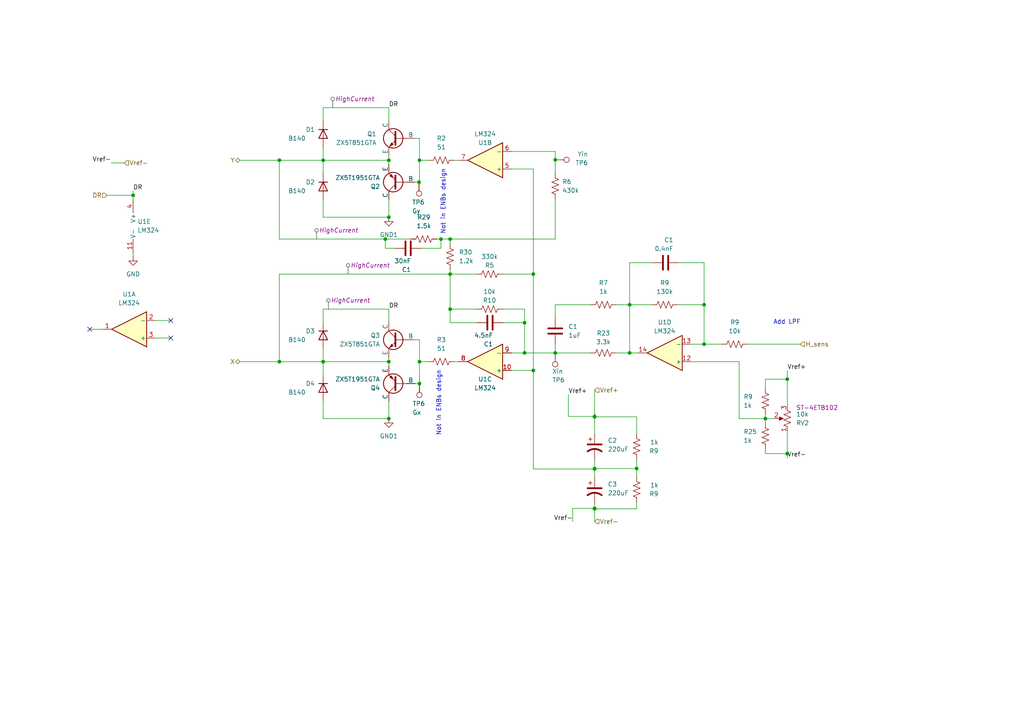
<source format=kicad_sch>
(kicad_sch (version 20230121) (generator eeschema)

  (uuid 5eab7e8b-54e1-47d0-9dc3-1e7c3fa2f560)

  (paper "A4")

  (title_block
    (title "X-Y Axis Circuit")
    (date "2023-08-06")
    (rev "1.0")
    (company "Kevin Dueck")
  )

  (lib_symbols
    (symbol "Amplifier_Operational:LM324" (pin_names (offset 0.127)) (in_bom yes) (on_board yes)
      (property "Reference" "U" (at 0 5.08 0)
        (effects (font (size 1.27 1.27)) (justify left))
      )
      (property "Value" "LM324" (at 0 -5.08 0)
        (effects (font (size 1.27 1.27)) (justify left))
      )
      (property "Footprint" "" (at -1.27 2.54 0)
        (effects (font (size 1.27 1.27)) hide)
      )
      (property "Datasheet" "http://www.ti.com/lit/ds/symlink/lm2902-n.pdf" (at 1.27 5.08 0)
        (effects (font (size 1.27 1.27)) hide)
      )
      (property "ki_locked" "" (at 0 0 0)
        (effects (font (size 1.27 1.27)))
      )
      (property "ki_keywords" "quad opamp" (at 0 0 0)
        (effects (font (size 1.27 1.27)) hide)
      )
      (property "ki_description" "Low-Power, Quad-Operational Amplifiers, DIP-14/SOIC-14/SSOP-14" (at 0 0 0)
        (effects (font (size 1.27 1.27)) hide)
      )
      (property "ki_fp_filters" "SOIC*3.9x8.7mm*P1.27mm* DIP*W7.62mm* TSSOP*4.4x5mm*P0.65mm* SSOP*5.3x6.2mm*P0.65mm* MSOP*3x3mm*P0.5mm*" (at 0 0 0)
        (effects (font (size 1.27 1.27)) hide)
      )
      (symbol "LM324_1_1"
        (polyline
          (pts
            (xy -5.08 5.08)
            (xy 5.08 0)
            (xy -5.08 -5.08)
            (xy -5.08 5.08)
          )
          (stroke (width 0.254) (type default))
          (fill (type background))
        )
        (pin output line (at 7.62 0 180) (length 2.54)
          (name "~" (effects (font (size 1.27 1.27))))
          (number "1" (effects (font (size 1.27 1.27))))
        )
        (pin input line (at -7.62 -2.54 0) (length 2.54)
          (name "-" (effects (font (size 1.27 1.27))))
          (number "2" (effects (font (size 1.27 1.27))))
        )
        (pin input line (at -7.62 2.54 0) (length 2.54)
          (name "+" (effects (font (size 1.27 1.27))))
          (number "3" (effects (font (size 1.27 1.27))))
        )
      )
      (symbol "LM324_2_1"
        (polyline
          (pts
            (xy -5.08 5.08)
            (xy 5.08 0)
            (xy -5.08 -5.08)
            (xy -5.08 5.08)
          )
          (stroke (width 0.254) (type default))
          (fill (type background))
        )
        (pin input line (at -7.62 2.54 0) (length 2.54)
          (name "+" (effects (font (size 1.27 1.27))))
          (number "5" (effects (font (size 1.27 1.27))))
        )
        (pin input line (at -7.62 -2.54 0) (length 2.54)
          (name "-" (effects (font (size 1.27 1.27))))
          (number "6" (effects (font (size 1.27 1.27))))
        )
        (pin output line (at 7.62 0 180) (length 2.54)
          (name "~" (effects (font (size 1.27 1.27))))
          (number "7" (effects (font (size 1.27 1.27))))
        )
      )
      (symbol "LM324_3_1"
        (polyline
          (pts
            (xy -5.08 5.08)
            (xy 5.08 0)
            (xy -5.08 -5.08)
            (xy -5.08 5.08)
          )
          (stroke (width 0.254) (type default))
          (fill (type background))
        )
        (pin input line (at -7.62 2.54 0) (length 2.54)
          (name "+" (effects (font (size 1.27 1.27))))
          (number "10" (effects (font (size 1.27 1.27))))
        )
        (pin output line (at 7.62 0 180) (length 2.54)
          (name "~" (effects (font (size 1.27 1.27))))
          (number "8" (effects (font (size 1.27 1.27))))
        )
        (pin input line (at -7.62 -2.54 0) (length 2.54)
          (name "-" (effects (font (size 1.27 1.27))))
          (number "9" (effects (font (size 1.27 1.27))))
        )
      )
      (symbol "LM324_4_1"
        (polyline
          (pts
            (xy -5.08 5.08)
            (xy 5.08 0)
            (xy -5.08 -5.08)
            (xy -5.08 5.08)
          )
          (stroke (width 0.254) (type default))
          (fill (type background))
        )
        (pin input line (at -7.62 2.54 0) (length 2.54)
          (name "+" (effects (font (size 1.27 1.27))))
          (number "12" (effects (font (size 1.27 1.27))))
        )
        (pin input line (at -7.62 -2.54 0) (length 2.54)
          (name "-" (effects (font (size 1.27 1.27))))
          (number "13" (effects (font (size 1.27 1.27))))
        )
        (pin output line (at 7.62 0 180) (length 2.54)
          (name "~" (effects (font (size 1.27 1.27))))
          (number "14" (effects (font (size 1.27 1.27))))
        )
      )
      (symbol "LM324_5_1"
        (pin power_in line (at -2.54 -7.62 90) (length 3.81)
          (name "V-" (effects (font (size 1.27 1.27))))
          (number "11" (effects (font (size 1.27 1.27))))
        )
        (pin power_in line (at -2.54 7.62 270) (length 3.81)
          (name "V+" (effects (font (size 1.27 1.27))))
          (number "4" (effects (font (size 1.27 1.27))))
        )
      )
    )
    (symbol "Connector:TestPoint" (pin_numbers hide) (pin_names (offset 0.762) hide) (in_bom yes) (on_board yes)
      (property "Reference" "TP" (at 0 6.858 0)
        (effects (font (size 1.27 1.27)))
      )
      (property "Value" "TestPoint" (at 0 5.08 0)
        (effects (font (size 1.27 1.27)))
      )
      (property "Footprint" "" (at 5.08 0 0)
        (effects (font (size 1.27 1.27)) hide)
      )
      (property "Datasheet" "~" (at 5.08 0 0)
        (effects (font (size 1.27 1.27)) hide)
      )
      (property "ki_keywords" "test point tp" (at 0 0 0)
        (effects (font (size 1.27 1.27)) hide)
      )
      (property "ki_description" "test point" (at 0 0 0)
        (effects (font (size 1.27 1.27)) hide)
      )
      (property "ki_fp_filters" "Pin* Test*" (at 0 0 0)
        (effects (font (size 1.27 1.27)) hide)
      )
      (symbol "TestPoint_0_1"
        (circle (center 0 3.302) (radius 0.762)
          (stroke (width 0) (type default))
          (fill (type none))
        )
      )
      (symbol "TestPoint_1_1"
        (pin passive line (at 0 0 90) (length 2.54)
          (name "1" (effects (font (size 1.27 1.27))))
          (number "1" (effects (font (size 1.27 1.27))))
        )
      )
    )
    (symbol "Device:C" (pin_numbers hide) (pin_names (offset 0.254)) (in_bom yes) (on_board yes)
      (property "Reference" "C" (at 0.635 2.54 0)
        (effects (font (size 1.27 1.27)) (justify left))
      )
      (property "Value" "C" (at 0.635 -2.54 0)
        (effects (font (size 1.27 1.27)) (justify left))
      )
      (property "Footprint" "" (at 0.9652 -3.81 0)
        (effects (font (size 1.27 1.27)) hide)
      )
      (property "Datasheet" "~" (at 0 0 0)
        (effects (font (size 1.27 1.27)) hide)
      )
      (property "ki_keywords" "cap capacitor" (at 0 0 0)
        (effects (font (size 1.27 1.27)) hide)
      )
      (property "ki_description" "Unpolarized capacitor" (at 0 0 0)
        (effects (font (size 1.27 1.27)) hide)
      )
      (property "ki_fp_filters" "C_*" (at 0 0 0)
        (effects (font (size 1.27 1.27)) hide)
      )
      (symbol "C_0_1"
        (polyline
          (pts
            (xy -2.032 -0.762)
            (xy 2.032 -0.762)
          )
          (stroke (width 0.508) (type default))
          (fill (type none))
        )
        (polyline
          (pts
            (xy -2.032 0.762)
            (xy 2.032 0.762)
          )
          (stroke (width 0.508) (type default))
          (fill (type none))
        )
      )
      (symbol "C_1_1"
        (pin passive line (at 0 3.81 270) (length 2.794)
          (name "~" (effects (font (size 1.27 1.27))))
          (number "1" (effects (font (size 1.27 1.27))))
        )
        (pin passive line (at 0 -3.81 90) (length 2.794)
          (name "~" (effects (font (size 1.27 1.27))))
          (number "2" (effects (font (size 1.27 1.27))))
        )
      )
    )
    (symbol "Device:C_Polarized_US" (pin_numbers hide) (pin_names (offset 0.254) hide) (in_bom yes) (on_board yes)
      (property "Reference" "C" (at 0.635 2.54 0)
        (effects (font (size 1.27 1.27)) (justify left))
      )
      (property "Value" "C_Polarized_US" (at 0.635 -2.54 0)
        (effects (font (size 1.27 1.27)) (justify left))
      )
      (property "Footprint" "" (at 0 0 0)
        (effects (font (size 1.27 1.27)) hide)
      )
      (property "Datasheet" "~" (at 0 0 0)
        (effects (font (size 1.27 1.27)) hide)
      )
      (property "ki_keywords" "cap capacitor" (at 0 0 0)
        (effects (font (size 1.27 1.27)) hide)
      )
      (property "ki_description" "Polarized capacitor, US symbol" (at 0 0 0)
        (effects (font (size 1.27 1.27)) hide)
      )
      (property "ki_fp_filters" "CP_*" (at 0 0 0)
        (effects (font (size 1.27 1.27)) hide)
      )
      (symbol "C_Polarized_US_0_1"
        (polyline
          (pts
            (xy -2.032 0.762)
            (xy 2.032 0.762)
          )
          (stroke (width 0.508) (type default))
          (fill (type none))
        )
        (polyline
          (pts
            (xy -1.778 2.286)
            (xy -0.762 2.286)
          )
          (stroke (width 0) (type default))
          (fill (type none))
        )
        (polyline
          (pts
            (xy -1.27 1.778)
            (xy -1.27 2.794)
          )
          (stroke (width 0) (type default))
          (fill (type none))
        )
        (arc (start 2.032 -1.27) (mid 0 -0.5572) (end -2.032 -1.27)
          (stroke (width 0.508) (type default))
          (fill (type none))
        )
      )
      (symbol "C_Polarized_US_1_1"
        (pin passive line (at 0 3.81 270) (length 2.794)
          (name "~" (effects (font (size 1.27 1.27))))
          (number "1" (effects (font (size 1.27 1.27))))
        )
        (pin passive line (at 0 -3.81 90) (length 3.302)
          (name "~" (effects (font (size 1.27 1.27))))
          (number "2" (effects (font (size 1.27 1.27))))
        )
      )
    )
    (symbol "Device:D" (pin_numbers hide) (pin_names (offset 1.016) hide) (in_bom yes) (on_board yes)
      (property "Reference" "D" (at 0 2.54 0)
        (effects (font (size 1.27 1.27)))
      )
      (property "Value" "D" (at 0 -2.54 0)
        (effects (font (size 1.27 1.27)))
      )
      (property "Footprint" "" (at 0 0 0)
        (effects (font (size 1.27 1.27)) hide)
      )
      (property "Datasheet" "~" (at 0 0 0)
        (effects (font (size 1.27 1.27)) hide)
      )
      (property "Sim.Device" "D" (at 0 0 0)
        (effects (font (size 1.27 1.27)) hide)
      )
      (property "Sim.Pins" "1=K 2=A" (at 0 0 0)
        (effects (font (size 1.27 1.27)) hide)
      )
      (property "ki_keywords" "diode" (at 0 0 0)
        (effects (font (size 1.27 1.27)) hide)
      )
      (property "ki_description" "Diode" (at 0 0 0)
        (effects (font (size 1.27 1.27)) hide)
      )
      (property "ki_fp_filters" "TO-???* *_Diode_* *SingleDiode* D_*" (at 0 0 0)
        (effects (font (size 1.27 1.27)) hide)
      )
      (symbol "D_0_1"
        (polyline
          (pts
            (xy -1.27 1.27)
            (xy -1.27 -1.27)
          )
          (stroke (width 0.254) (type default))
          (fill (type none))
        )
        (polyline
          (pts
            (xy 1.27 0)
            (xy -1.27 0)
          )
          (stroke (width 0) (type default))
          (fill (type none))
        )
        (polyline
          (pts
            (xy 1.27 1.27)
            (xy 1.27 -1.27)
            (xy -1.27 0)
            (xy 1.27 1.27)
          )
          (stroke (width 0.254) (type default))
          (fill (type none))
        )
      )
      (symbol "D_1_1"
        (pin passive line (at -3.81 0 0) (length 2.54)
          (name "K" (effects (font (size 1.27 1.27))))
          (number "1" (effects (font (size 1.27 1.27))))
        )
        (pin passive line (at 3.81 0 180) (length 2.54)
          (name "A" (effects (font (size 1.27 1.27))))
          (number "2" (effects (font (size 1.27 1.27))))
        )
      )
    )
    (symbol "Device:R_Potentiometer_US" (pin_names (offset 1.016) hide) (in_bom yes) (on_board yes)
      (property "Reference" "RV" (at -4.445 0 90)
        (effects (font (size 1.27 1.27)))
      )
      (property "Value" "R_Potentiometer_US" (at -2.54 0 90)
        (effects (font (size 1.27 1.27)))
      )
      (property "Footprint" "" (at 0 0 0)
        (effects (font (size 1.27 1.27)) hide)
      )
      (property "Datasheet" "~" (at 0 0 0)
        (effects (font (size 1.27 1.27)) hide)
      )
      (property "ki_keywords" "resistor variable" (at 0 0 0)
        (effects (font (size 1.27 1.27)) hide)
      )
      (property "ki_description" "Potentiometer, US symbol" (at 0 0 0)
        (effects (font (size 1.27 1.27)) hide)
      )
      (property "ki_fp_filters" "Potentiometer*" (at 0 0 0)
        (effects (font (size 1.27 1.27)) hide)
      )
      (symbol "R_Potentiometer_US_0_1"
        (polyline
          (pts
            (xy 0 -2.286)
            (xy 0 -2.54)
          )
          (stroke (width 0) (type default))
          (fill (type none))
        )
        (polyline
          (pts
            (xy 0 2.54)
            (xy 0 2.286)
          )
          (stroke (width 0) (type default))
          (fill (type none))
        )
        (polyline
          (pts
            (xy 2.54 0)
            (xy 1.524 0)
          )
          (stroke (width 0) (type default))
          (fill (type none))
        )
        (polyline
          (pts
            (xy 1.143 0)
            (xy 2.286 0.508)
            (xy 2.286 -0.508)
            (xy 1.143 0)
          )
          (stroke (width 0) (type default))
          (fill (type outline))
        )
        (polyline
          (pts
            (xy 0 -0.762)
            (xy 1.016 -1.143)
            (xy 0 -1.524)
            (xy -1.016 -1.905)
            (xy 0 -2.286)
          )
          (stroke (width 0) (type default))
          (fill (type none))
        )
        (polyline
          (pts
            (xy 0 0.762)
            (xy 1.016 0.381)
            (xy 0 0)
            (xy -1.016 -0.381)
            (xy 0 -0.762)
          )
          (stroke (width 0) (type default))
          (fill (type none))
        )
        (polyline
          (pts
            (xy 0 2.286)
            (xy 1.016 1.905)
            (xy 0 1.524)
            (xy -1.016 1.143)
            (xy 0 0.762)
          )
          (stroke (width 0) (type default))
          (fill (type none))
        )
      )
      (symbol "R_Potentiometer_US_1_1"
        (pin passive line (at 0 3.81 270) (length 1.27)
          (name "1" (effects (font (size 1.27 1.27))))
          (number "1" (effects (font (size 1.27 1.27))))
        )
        (pin passive line (at 3.81 0 180) (length 1.27)
          (name "2" (effects (font (size 1.27 1.27))))
          (number "2" (effects (font (size 1.27 1.27))))
        )
        (pin passive line (at 0 -3.81 90) (length 1.27)
          (name "3" (effects (font (size 1.27 1.27))))
          (number "3" (effects (font (size 1.27 1.27))))
        )
      )
    )
    (symbol "Device:R_US" (pin_numbers hide) (pin_names (offset 0)) (in_bom yes) (on_board yes)
      (property "Reference" "R" (at 2.54 0 90)
        (effects (font (size 1.27 1.27)))
      )
      (property "Value" "R_US" (at -2.54 0 90)
        (effects (font (size 1.27 1.27)))
      )
      (property "Footprint" "" (at 1.016 -0.254 90)
        (effects (font (size 1.27 1.27)) hide)
      )
      (property "Datasheet" "~" (at 0 0 0)
        (effects (font (size 1.27 1.27)) hide)
      )
      (property "ki_keywords" "R res resistor" (at 0 0 0)
        (effects (font (size 1.27 1.27)) hide)
      )
      (property "ki_description" "Resistor, US symbol" (at 0 0 0)
        (effects (font (size 1.27 1.27)) hide)
      )
      (property "ki_fp_filters" "R_*" (at 0 0 0)
        (effects (font (size 1.27 1.27)) hide)
      )
      (symbol "R_US_0_1"
        (polyline
          (pts
            (xy 0 -2.286)
            (xy 0 -2.54)
          )
          (stroke (width 0) (type default))
          (fill (type none))
        )
        (polyline
          (pts
            (xy 0 2.286)
            (xy 0 2.54)
          )
          (stroke (width 0) (type default))
          (fill (type none))
        )
        (polyline
          (pts
            (xy 0 -0.762)
            (xy 1.016 -1.143)
            (xy 0 -1.524)
            (xy -1.016 -1.905)
            (xy 0 -2.286)
          )
          (stroke (width 0) (type default))
          (fill (type none))
        )
        (polyline
          (pts
            (xy 0 0.762)
            (xy 1.016 0.381)
            (xy 0 0)
            (xy -1.016 -0.381)
            (xy 0 -0.762)
          )
          (stroke (width 0) (type default))
          (fill (type none))
        )
        (polyline
          (pts
            (xy 0 2.286)
            (xy 1.016 1.905)
            (xy 0 1.524)
            (xy -1.016 1.143)
            (xy 0 0.762)
          )
          (stroke (width 0) (type default))
          (fill (type none))
        )
      )
      (symbol "R_US_1_1"
        (pin passive line (at 0 3.81 270) (length 1.27)
          (name "~" (effects (font (size 1.27 1.27))))
          (number "1" (effects (font (size 1.27 1.27))))
        )
        (pin passive line (at 0 -3.81 90) (length 1.27)
          (name "~" (effects (font (size 1.27 1.27))))
          (number "2" (effects (font (size 1.27 1.27))))
        )
      )
    )
    (symbol "Simulation_SPICE:NPN" (pin_numbers hide) (pin_names (offset 0)) (in_bom yes) (on_board yes)
      (property "Reference" "Q" (at -2.54 7.62 0)
        (effects (font (size 1.27 1.27)))
      )
      (property "Value" "NPN" (at -2.54 5.08 0)
        (effects (font (size 1.27 1.27)))
      )
      (property "Footprint" "" (at 63.5 0 0)
        (effects (font (size 1.27 1.27)) hide)
      )
      (property "Datasheet" "~" (at 63.5 0 0)
        (effects (font (size 1.27 1.27)) hide)
      )
      (property "Sim.Device" "NPN" (at 0 0 0)
        (effects (font (size 1.27 1.27)) hide)
      )
      (property "Sim.Type" "GUMMELPOON" (at 0 0 0)
        (effects (font (size 1.27 1.27)) hide)
      )
      (property "Sim.Pins" "1=C 2=B 3=E" (at 0 0 0)
        (effects (font (size 1.27 1.27)) hide)
      )
      (property "ki_keywords" "simulation" (at 0 0 0)
        (effects (font (size 1.27 1.27)) hide)
      )
      (property "ki_description" "Bipolar transistor symbol for simulation only, substrate tied to the emitter" (at 0 0 0)
        (effects (font (size 1.27 1.27)) hide)
      )
      (symbol "NPN_0_1"
        (polyline
          (pts
            (xy -2.54 0)
            (xy 0.635 0)
          )
          (stroke (width 0.1524) (type default))
          (fill (type none))
        )
        (polyline
          (pts
            (xy 0.635 0.635)
            (xy 2.54 2.54)
          )
          (stroke (width 0) (type default))
          (fill (type none))
        )
        (polyline
          (pts
            (xy 2.794 -1.27)
            (xy 2.794 -1.27)
          )
          (stroke (width 0.1524) (type default))
          (fill (type none))
        )
        (polyline
          (pts
            (xy 2.794 -1.27)
            (xy 2.794 -1.27)
          )
          (stroke (width 0.1524) (type default))
          (fill (type none))
        )
        (polyline
          (pts
            (xy 0.635 -0.635)
            (xy 2.54 -2.54)
            (xy 2.54 -2.54)
          )
          (stroke (width 0) (type default))
          (fill (type none))
        )
        (polyline
          (pts
            (xy 0.635 1.905)
            (xy 0.635 -1.905)
            (xy 0.635 -1.905)
          )
          (stroke (width 0.508) (type default))
          (fill (type none))
        )
        (polyline
          (pts
            (xy 1.27 -1.778)
            (xy 1.778 -1.27)
            (xy 2.286 -2.286)
            (xy 1.27 -1.778)
            (xy 1.27 -1.778)
          )
          (stroke (width 0) (type default))
          (fill (type outline))
        )
        (circle (center 1.27 0) (radius 2.8194)
          (stroke (width 0.254) (type default))
          (fill (type none))
        )
      )
      (symbol "NPN_1_1"
        (pin open_collector line (at 2.54 5.08 270) (length 2.54)
          (name "C" (effects (font (size 1.27 1.27))))
          (number "1" (effects (font (size 1.27 1.27))))
        )
        (pin input line (at -5.08 0 0) (length 2.54)
          (name "B" (effects (font (size 1.27 1.27))))
          (number "2" (effects (font (size 1.27 1.27))))
        )
        (pin open_emitter line (at 2.54 -5.08 90) (length 2.54)
          (name "E" (effects (font (size 1.27 1.27))))
          (number "3" (effects (font (size 1.27 1.27))))
        )
      )
    )
    (symbol "Simulation_SPICE:PNP" (pin_numbers hide) (pin_names (offset 0)) (in_bom yes) (on_board yes)
      (property "Reference" "Q" (at -2.54 7.62 0)
        (effects (font (size 1.27 1.27)))
      )
      (property "Value" "PNP" (at -2.54 5.08 0)
        (effects (font (size 1.27 1.27)))
      )
      (property "Footprint" "" (at 35.56 0 0)
        (effects (font (size 1.27 1.27)) hide)
      )
      (property "Datasheet" "~" (at 35.56 0 0)
        (effects (font (size 1.27 1.27)) hide)
      )
      (property "Sim.Device" "PNP" (at 0 0 0)
        (effects (font (size 1.27 1.27)) hide)
      )
      (property "Sim.Type" "GUMMELPOON" (at 0 0 0)
        (effects (font (size 1.27 1.27)) hide)
      )
      (property "Sim.Pins" "1=C 2=B 3=E" (at 0 0 0)
        (effects (font (size 1.27 1.27)) hide)
      )
      (property "ki_keywords" "simulation" (at 0 0 0)
        (effects (font (size 1.27 1.27)) hide)
      )
      (property "ki_description" "Bipolar transistor symbol for simulation only, substrate tied to the emitter" (at 0 0 0)
        (effects (font (size 1.27 1.27)) hide)
      )
      (symbol "PNP_0_1"
        (polyline
          (pts
            (xy -2.54 0)
            (xy 0.635 0)
          )
          (stroke (width 0.1524) (type default))
          (fill (type none))
        )
        (polyline
          (pts
            (xy 0.635 0.635)
            (xy 2.54 2.54)
          )
          (stroke (width 0) (type default))
          (fill (type none))
        )
        (polyline
          (pts
            (xy 0.635 -0.635)
            (xy 2.54 -2.54)
            (xy 2.54 -2.54)
          )
          (stroke (width 0) (type default))
          (fill (type none))
        )
        (polyline
          (pts
            (xy 0.635 1.905)
            (xy 0.635 -1.905)
            (xy 0.635 -1.905)
          )
          (stroke (width 0.508) (type default))
          (fill (type none))
        )
        (polyline
          (pts
            (xy 2.286 -1.778)
            (xy 1.778 -2.286)
            (xy 1.27 -1.27)
            (xy 2.286 -1.778)
            (xy 2.286 -1.778)
          )
          (stroke (width 0) (type default))
          (fill (type outline))
        )
        (circle (center 1.27 0) (radius 2.8194)
          (stroke (width 0.254) (type default))
          (fill (type none))
        )
      )
      (symbol "PNP_1_1"
        (pin open_collector line (at 2.54 5.08 270) (length 2.54)
          (name "C" (effects (font (size 1.27 1.27))))
          (number "1" (effects (font (size 1.27 1.27))))
        )
        (pin input line (at -5.08 0 0) (length 2.54)
          (name "B" (effects (font (size 1.27 1.27))))
          (number "2" (effects (font (size 1.27 1.27))))
        )
        (pin open_emitter line (at 2.54 -5.08 90) (length 2.54)
          (name "E" (effects (font (size 1.27 1.27))))
          (number "3" (effects (font (size 1.27 1.27))))
        )
      )
    )
    (symbol "power:GND" (power) (pin_names (offset 0)) (in_bom yes) (on_board yes)
      (property "Reference" "#PWR" (at 0 -6.35 0)
        (effects (font (size 1.27 1.27)) hide)
      )
      (property "Value" "GND" (at 0 -3.81 0)
        (effects (font (size 1.27 1.27)))
      )
      (property "Footprint" "" (at 0 0 0)
        (effects (font (size 1.27 1.27)) hide)
      )
      (property "Datasheet" "" (at 0 0 0)
        (effects (font (size 1.27 1.27)) hide)
      )
      (property "ki_keywords" "global power" (at 0 0 0)
        (effects (font (size 1.27 1.27)) hide)
      )
      (property "ki_description" "Power symbol creates a global label with name \"GND\" , ground" (at 0 0 0)
        (effects (font (size 1.27 1.27)) hide)
      )
      (symbol "GND_0_1"
        (polyline
          (pts
            (xy 0 0)
            (xy 0 -1.27)
            (xy 1.27 -1.27)
            (xy 0 -2.54)
            (xy -1.27 -1.27)
            (xy 0 -1.27)
          )
          (stroke (width 0) (type default))
          (fill (type none))
        )
      )
      (symbol "GND_1_1"
        (pin power_in line (at 0 0 270) (length 0) hide
          (name "GND" (effects (font (size 1.27 1.27))))
          (number "1" (effects (font (size 1.27 1.27))))
        )
      )
    )
    (symbol "power:GND1" (power) (pin_names (offset 0)) (in_bom yes) (on_board yes)
      (property "Reference" "#PWR" (at 0 -6.35 0)
        (effects (font (size 1.27 1.27)) hide)
      )
      (property "Value" "GND1" (at 0 -3.81 0)
        (effects (font (size 1.27 1.27)))
      )
      (property "Footprint" "" (at 0 0 0)
        (effects (font (size 1.27 1.27)) hide)
      )
      (property "Datasheet" "" (at 0 0 0)
        (effects (font (size 1.27 1.27)) hide)
      )
      (property "ki_keywords" "global power" (at 0 0 0)
        (effects (font (size 1.27 1.27)) hide)
      )
      (property "ki_description" "Power symbol creates a global label with name \"GND1\" , ground" (at 0 0 0)
        (effects (font (size 1.27 1.27)) hide)
      )
      (symbol "GND1_0_1"
        (polyline
          (pts
            (xy 0 0)
            (xy 0 -1.27)
            (xy 1.27 -1.27)
            (xy 0 -2.54)
            (xy -1.27 -1.27)
            (xy 0 -1.27)
          )
          (stroke (width 0) (type default))
          (fill (type none))
        )
      )
      (symbol "GND1_1_1"
        (pin power_in line (at 0 0 270) (length 0) hide
          (name "GND1" (effects (font (size 1.27 1.27))))
          (number "1" (effects (font (size 1.27 1.27))))
        )
      )
    )
  )

  (junction (at 121.666 111.252) (diameter 0) (color 0 0 0 0)
    (uuid 139e5c3f-f338-48f7-885a-76d8fd4ad237)
  )
  (junction (at 38.608 56.642) (diameter 0) (color 0 0 0 0)
    (uuid 1850ee52-b3ff-4c29-b775-8184f5e5966a)
  )
  (junction (at 130.556 89.662) (diameter 0) (color 0 0 0 0)
    (uuid 1fee2e35-27d9-465c-a7b1-3ce644524487)
  )
  (junction (at 152.146 93.599) (diameter 0) (color 0 0 0 0)
    (uuid 20e47ca8-6bcf-472b-b4d9-fdea61a280a3)
  )
  (junction (at 112.776 62.992) (diameter 0) (color 0 0 0 0)
    (uuid 28e5ad8b-6182-4306-8040-ec404550f053)
  )
  (junction (at 182.626 102.362) (diameter 0) (color 0 0 0 0)
    (uuid 2da35ef7-4a01-4bde-905b-35b5af1459d3)
  )
  (junction (at 112.776 46.482) (diameter 0) (color 0 0 0 0)
    (uuid 30076bce-db97-4d4d-b4d6-e62ea3efb8cd)
  )
  (junction (at 121.539 52.832) (diameter 0) (color 0 0 0 0)
    (uuid 47da6735-813f-4e0b-b527-8d515f54a8c6)
  )
  (junction (at 81.026 46.482) (diameter 0) (color 0 0 0 0)
    (uuid 53ee2ce1-4323-4de5-a1cf-d33d9a013ebb)
  )
  (junction (at 93.726 104.902) (diameter 0) (color 0 0 0 0)
    (uuid 5bb4ee00-cc3d-40a1-8444-3ad3e87bd2d5)
  )
  (junction (at 221.996 121.412) (diameter 0) (color 0 0 0 0)
    (uuid 5c9c334e-6bf4-4a07-a5f8-28c4738016bb)
  )
  (junction (at 161.036 46.355) (diameter 0) (color 0 0 0 0)
    (uuid 5e5e5bac-09c2-4982-91f2-c78bdcd7a1e0)
  )
  (junction (at 172.466 147.574) (diameter 0) (color 0 0 0 0)
    (uuid 6121ee54-884d-4000-a049-0b537cebbf72)
  )
  (junction (at 112.776 104.902) (diameter 0) (color 0 0 0 0)
    (uuid 633a998a-e1b4-4399-b66b-3f2cac4e84a9)
  )
  (junction (at 81.026 104.902) (diameter 0) (color 0 0 0 0)
    (uuid 74d663a1-4dea-4cca-a4a2-d536d3bb2dba)
  )
  (junction (at 121.666 104.902) (diameter 0) (color 0 0 0 0)
    (uuid 7bb287d3-d389-4156-b6d6-a2c6be74f422)
  )
  (junction (at 130.556 69.342) (diameter 0) (color 0 0 0 0)
    (uuid 7d761312-5a08-41c1-9be6-3157c463b4e4)
  )
  (junction (at 184.658 135.89) (diameter 0) (color 0 0 0 0)
    (uuid 8b113425-d3bb-49a6-ad5d-d4e78933a086)
  )
  (junction (at 228.346 109.982) (diameter 0) (color 0 0 0 0)
    (uuid 8ec1a9ea-ecd8-4a02-b07d-d122f40cd530)
  )
  (junction (at 112.776 121.412) (diameter 0) (color 0 0 0 0)
    (uuid 95a1fe29-b730-45ed-8a93-2134ff49d1f5)
  )
  (junction (at 172.466 147.447) (diameter 0) (color 0 0 0 0)
    (uuid a03448e7-64de-4710-8143-dc575b316c61)
  )
  (junction (at 182.626 88.392) (diameter 0) (color 0 0 0 0)
    (uuid ab311098-8ad2-4945-a690-a99fcbc6fd78)
  )
  (junction (at 154.686 107.442) (diameter 0) (color 0 0 0 0)
    (uuid ab765a17-e00a-4011-b937-e0d869c4e309)
  )
  (junction (at 172.466 135.89) (diameter 0) (color 0 0 0 0)
    (uuid b1871da1-e23a-4c78-800b-cd334430297c)
  )
  (junction (at 161.036 102.362) (diameter 0) (color 0 0 0 0)
    (uuid b20ca325-4af6-4ce2-a210-f8ebc9b3eb1a)
  )
  (junction (at 152.146 102.362) (diameter 0) (color 0 0 0 0)
    (uuid b5b1a526-26b1-4170-b916-b8ed94a192ee)
  )
  (junction (at 154.686 79.502) (diameter 0) (color 0 0 0 0)
    (uuid b8dcee23-ec66-4083-9857-3b18b522c0bd)
  )
  (junction (at 172.466 120.904) (diameter 0) (color 0 0 0 0)
    (uuid bb919669-46ff-4fc5-981a-0d2951638286)
  )
  (junction (at 204.216 99.822) (diameter 0) (color 0 0 0 0)
    (uuid bf60a906-927f-4ac3-abe9-79aa8742d5a7)
  )
  (junction (at 228.346 131.572) (diameter 0) (color 0 0 0 0)
    (uuid c14e5ad9-44f3-4fd0-9865-6fa96ab0d021)
  )
  (junction (at 93.726 46.482) (diameter 0) (color 0 0 0 0)
    (uuid c7bc71cc-c9a2-4f5a-a4ae-dcfb7179a7ab)
  )
  (junction (at 172.466 120.777) (diameter 0) (color 0 0 0 0)
    (uuid d9135af9-c46a-4cfd-82b4-9742fc6bdb08)
  )
  (junction (at 204.216 88.392) (diameter 0) (color 0 0 0 0)
    (uuid dbc66d08-c9bc-40f8-b9d0-58f70523c9ea)
  )
  (junction (at 172.466 136.017) (diameter 0) (color 0 0 0 0)
    (uuid dbf0f655-6e3b-48bd-9a46-70d30eae5924)
  )
  (junction (at 111.76 69.342) (diameter 0) (color 0 0 0 0)
    (uuid e001345c-b9b5-4d58-bd1d-25e2ae1d80e3)
  )
  (junction (at 121.666 46.482) (diameter 0) (color 0 0 0 0)
    (uuid e2ace46f-2b22-4a91-ac1d-536bf825e9bf)
  )
  (junction (at 127.889 69.342) (diameter 0) (color 0 0 0 0)
    (uuid ef9c094a-43f1-476a-9f8b-06e6be389e5b)
  )
  (junction (at 130.556 79.502) (diameter 0) (color 0 0 0 0)
    (uuid fc4c22e1-788e-4236-beb2-df3fb776b86f)
  )

  (no_connect (at 26.035 95.504) (uuid 180da73a-2764-4550-aa66-ab809b73b721))
  (no_connect (at 49.53 98.044) (uuid 23207e41-6314-4917-96a4-902da70afa94))
  (no_connect (at 49.53 92.964) (uuid a46fbe72-93d2-4ddb-a4ec-0c6eb66617c0))

  (wire (pts (xy 148.336 43.942) (xy 161.036 43.942))
    (stroke (width 0) (type default))
    (uuid 015f139c-5d2a-42f1-93e4-ead163f799c1)
  )
  (wire (pts (xy 228.346 107.442) (xy 228.346 109.982))
    (stroke (width 0) (type default))
    (uuid 033bb2d6-c52d-49ab-92fa-653bf3b78980)
  )
  (wire (pts (xy 152.146 102.362) (xy 161.036 102.362))
    (stroke (width 0) (type default))
    (uuid 0658c3f6-b7b7-4338-807d-bdf3cef03434)
  )
  (wire (pts (xy 145.796 79.502) (xy 154.686 79.502))
    (stroke (width 0) (type default))
    (uuid 07091020-e996-466d-808e-e9581a478238)
  )
  (wire (pts (xy 161.036 99.822) (xy 161.036 102.362))
    (stroke (width 0) (type default))
    (uuid 0b725908-f233-41cd-8889-86d551f20109)
  )
  (wire (pts (xy 172.466 136.017) (xy 172.466 138.557))
    (stroke (width 0) (type default))
    (uuid 0c663e39-6efa-49dd-8085-61a417022b03)
  )
  (wire (pts (xy 45.085 98.044) (xy 49.53 98.044))
    (stroke (width 0) (type default))
    (uuid 0d40e506-839a-4cd6-93cb-3844402abc9e)
  )
  (wire (pts (xy 216.916 99.822) (xy 232.156 99.822))
    (stroke (width 0) (type default))
    (uuid 0e4f5111-ce12-441f-8cf8-87bf8056d685)
  )
  (wire (pts (xy 145.923 93.599) (xy 152.146 93.599))
    (stroke (width 0) (type default))
    (uuid 0ed1598e-a1f1-4901-848d-8597d3bb147e)
  )
  (wire (pts (xy 130.556 89.662) (xy 138.176 89.662))
    (stroke (width 0) (type default))
    (uuid 10121502-d052-4ace-b196-ee30abc42a7a)
  )
  (wire (pts (xy 93.726 121.412) (xy 112.776 121.412))
    (stroke (width 0) (type default))
    (uuid 10d76f7b-9f1c-40fd-8c0c-d83feaf328ef)
  )
  (wire (pts (xy 120.396 98.552) (xy 121.666 98.552))
    (stroke (width 0) (type default))
    (uuid 1188120c-bcab-4290-9518-ba1b14efd25a)
  )
  (wire (pts (xy 111.76 69.342) (xy 119.126 69.342))
    (stroke (width 0) (type default))
    (uuid 136973e1-4fe4-4994-bcf2-0c8a7c45bf8a)
  )
  (wire (pts (xy 172.466 120.777) (xy 172.466 120.904))
    (stroke (width 0) (type default))
    (uuid 143331d2-374d-4223-a5c9-d9259671e601)
  )
  (wire (pts (xy 154.686 79.502) (xy 154.686 49.022))
    (stroke (width 0) (type default))
    (uuid 153c902a-cbbb-461e-8b03-de8b7c4a31cd)
  )
  (wire (pts (xy 38.608 55.372) (xy 38.608 56.642))
    (stroke (width 0) (type default))
    (uuid 159c6c6b-b8bc-4de8-b7be-3c35db588c99)
  )
  (wire (pts (xy 196.85 76.2) (xy 204.216 76.2))
    (stroke (width 0) (type default))
    (uuid 171c6b2c-1d54-4901-a256-46478556bbb8)
  )
  (wire (pts (xy 152.146 93.599) (xy 152.146 102.362))
    (stroke (width 0) (type default))
    (uuid 199a8228-e34e-4b6d-af8f-556830d598a0)
  )
  (wire (pts (xy 154.686 79.502) (xy 154.686 107.442))
    (stroke (width 0) (type default))
    (uuid 1afd05ed-5c79-40a5-a588-931a8b0f68b4)
  )
  (wire (pts (xy 178.816 102.362) (xy 182.626 102.362))
    (stroke (width 0) (type default))
    (uuid 1bf98029-6692-4bd2-bc2f-af87a9389550)
  )
  (wire (pts (xy 93.726 42.672) (xy 93.726 46.482))
    (stroke (width 0) (type default))
    (uuid 2294a03e-c1e0-496c-a9c0-921340874cb1)
  )
  (wire (pts (xy 228.346 109.982) (xy 228.346 117.602))
    (stroke (width 0) (type default))
    (uuid 244a3e69-4f27-490e-9d53-b089d745f2f7)
  )
  (wire (pts (xy 121.666 40.132) (xy 121.666 46.482))
    (stroke (width 0) (type default))
    (uuid 26a99533-f962-4e79-a5c5-6e67acd1a082)
  )
  (wire (pts (xy 152.146 89.662) (xy 152.146 93.599))
    (stroke (width 0) (type default))
    (uuid 281a48d8-b344-4b6e-b713-96f8f4cc5eaa)
  )
  (wire (pts (xy 32.258 47.244) (xy 36.068 47.244))
    (stroke (width 0) (type default))
    (uuid 2a3cab96-dc4e-4873-a32d-585b779341bd)
  )
  (wire (pts (xy 81.026 46.482) (xy 93.726 46.482))
    (stroke (width 0) (type default))
    (uuid 2f4f6b7e-52fc-41aa-a870-8143891bf647)
  )
  (wire (pts (xy 182.626 88.392) (xy 188.976 88.392))
    (stroke (width 0) (type default))
    (uuid 31c46790-2df8-489f-8204-1c3a68a1c36f)
  )
  (wire (pts (xy 130.556 69.342) (xy 130.556 70.612))
    (stroke (width 0) (type default))
    (uuid 32f23925-b156-4f84-a49b-5c93e2222232)
  )
  (wire (pts (xy 112.776 62.992) (xy 112.776 57.912))
    (stroke (width 0) (type default))
    (uuid 35d65d28-4b4a-4a0d-8676-986d1ed634f5)
  )
  (wire (pts (xy 182.626 88.392) (xy 182.626 102.362))
    (stroke (width 0) (type default))
    (uuid 37e05702-4af8-4b2d-bcca-e67183663fe0)
  )
  (wire (pts (xy 130.556 69.342) (xy 161.036 69.342))
    (stroke (width 0) (type default))
    (uuid 39afff4f-f270-47f5-b4bd-6b4969e6ded3)
  )
  (wire (pts (xy 166.116 147.447) (xy 172.466 147.447))
    (stroke (width 0) (type default))
    (uuid 3e8b8914-b02e-4e14-8927-95e28450790a)
  )
  (wire (pts (xy 93.726 46.482) (xy 93.726 50.292))
    (stroke (width 0) (type default))
    (uuid 3ff4100a-ecb2-45fd-bf17-1fbd1f84e721)
  )
  (wire (pts (xy 127.889 69.342) (xy 130.556 69.342))
    (stroke (width 0) (type default))
    (uuid 40fd6f2b-0458-4abc-9079-dbf9eb0cec6a)
  )
  (wire (pts (xy 130.556 78.232) (xy 130.556 79.502))
    (stroke (width 0) (type default))
    (uuid 41210e0c-8b73-4dcd-b9cb-03bd3005c88b)
  )
  (wire (pts (xy 184.658 135.89) (xy 184.658 138.176))
    (stroke (width 0) (type default))
    (uuid 41988bdf-29e7-40f9-809a-af16614cbe92)
  )
  (wire (pts (xy 221.996 130.302) (xy 221.996 131.572))
    (stroke (width 0) (type default))
    (uuid 41cf7fda-33e6-4468-a674-0ea9df758221)
  )
  (wire (pts (xy 122.174 72.009) (xy 127.889 72.009))
    (stroke (width 0) (type default))
    (uuid 4236cdc9-9ed4-433e-8592-08079ae119ea)
  )
  (wire (pts (xy 69.596 104.902) (xy 81.026 104.902))
    (stroke (width 0) (type default))
    (uuid 42fcabad-5b3d-42eb-8d8f-d821d029b077)
  )
  (wire (pts (xy 81.026 46.482) (xy 81.026 69.342))
    (stroke (width 0) (type default))
    (uuid 43d6a5e2-cf43-4481-b8c8-049b52c58f2b)
  )
  (wire (pts (xy 221.996 120.142) (xy 221.996 121.412))
    (stroke (width 0) (type default))
    (uuid 45d83da5-12c2-4dfb-a354-c47b6093ddc6)
  )
  (wire (pts (xy 121.666 52.832) (xy 121.539 52.832))
    (stroke (width 0) (type default))
    (uuid 47469d86-3a5f-4c3d-9df2-b5b9ddabc1e9)
  )
  (wire (pts (xy 196.596 88.392) (xy 204.216 88.392))
    (stroke (width 0) (type default))
    (uuid 489e5adc-6b9e-4a2d-847d-a4dbd46d76ae)
  )
  (wire (pts (xy 204.216 88.392) (xy 204.216 99.822))
    (stroke (width 0) (type default))
    (uuid 4a3c0a47-2de8-4392-b598-b8db52aaeaf4)
  )
  (wire (pts (xy 214.376 121.412) (xy 221.996 121.412))
    (stroke (width 0) (type default))
    (uuid 4ca8e06f-0ebe-4a97-9205-a0c6311ffba2)
  )
  (wire (pts (xy 112.776 121.412) (xy 112.776 116.332))
    (stroke (width 0) (type default))
    (uuid 4cbdbb3a-ad62-4f8e-9202-5a3157f6d7a8)
  )
  (wire (pts (xy 93.726 89.662) (xy 93.726 93.472))
    (stroke (width 0) (type default))
    (uuid 4fda00b8-61df-4c85-849f-9ed1697e636c)
  )
  (wire (pts (xy 172.466 133.477) (xy 172.466 135.89))
    (stroke (width 0) (type default))
    (uuid 524a5f5d-c24e-4d2f-aea3-b11156d40eab)
  )
  (wire (pts (xy 164.846 120.777) (xy 164.846 114.427))
    (stroke (width 0) (type default))
    (uuid 5476ede6-6807-4fd7-baa5-491266b70827)
  )
  (wire (pts (xy 172.466 147.447) (xy 172.466 147.574))
    (stroke (width 0) (type default))
    (uuid 55da6e62-f96b-4de6-b96d-53a61b14a9ec)
  )
  (wire (pts (xy 112.776 46.482) (xy 112.776 47.752))
    (stroke (width 0) (type default))
    (uuid 57df92d3-dc47-44e3-9ea7-eb096f6f8490)
  )
  (wire (pts (xy 154.686 136.017) (xy 154.686 107.442))
    (stroke (width 0) (type default))
    (uuid 582c680a-1cfb-4b10-a5ca-6e7934066b29)
  )
  (wire (pts (xy 93.726 101.092) (xy 93.726 104.902))
    (stroke (width 0) (type default))
    (uuid 59c25e8e-b44b-45dc-ae1f-18cf4616cfd5)
  )
  (wire (pts (xy 200.406 99.822) (xy 204.216 99.822))
    (stroke (width 0) (type default))
    (uuid 5b28ab9d-24a5-4867-90e7-3643d82a9692)
  )
  (wire (pts (xy 38.608 56.642) (xy 30.988 56.642))
    (stroke (width 0) (type default))
    (uuid 5c206352-4b09-4f4f-ae3a-19e9feebdffa)
  )
  (wire (pts (xy 221.996 109.982) (xy 228.346 109.982))
    (stroke (width 0) (type default))
    (uuid 5c8591f3-6bd4-4f6e-8dcd-564f20d54bf7)
  )
  (wire (pts (xy 112.776 104.902) (xy 93.726 104.902))
    (stroke (width 0) (type default))
    (uuid 60dee13e-36fa-4265-984b-b3630f1121a0)
  )
  (wire (pts (xy 112.776 46.482) (xy 93.726 46.482))
    (stroke (width 0) (type default))
    (uuid 60fa58d1-bef1-4aa2-b7a7-fdb2be23e39d)
  )
  (wire (pts (xy 38.608 73.152) (xy 38.608 74.422))
    (stroke (width 0) (type default))
    (uuid 611a9981-25bb-4a16-983c-05f2db7cd55f)
  )
  (wire (pts (xy 112.776 104.902) (xy 112.776 106.172))
    (stroke (width 0) (type default))
    (uuid 61d4b693-2922-4675-9c36-8e89223457bb)
  )
  (wire (pts (xy 112.776 103.632) (xy 112.776 104.902))
    (stroke (width 0) (type default))
    (uuid 64040c2d-690d-4d42-8711-bf9277e0a196)
  )
  (wire (pts (xy 221.996 131.572) (xy 228.346 131.572))
    (stroke (width 0) (type default))
    (uuid 67b8274a-4fb7-4692-86a1-a883cd06fcb5)
  )
  (wire (pts (xy 93.726 104.902) (xy 93.726 108.712))
    (stroke (width 0) (type default))
    (uuid 67d00ace-600e-45b4-86d8-092cf34de518)
  )
  (wire (pts (xy 120.396 40.132) (xy 121.666 40.132))
    (stroke (width 0) (type default))
    (uuid 6b998b6a-a702-4e64-83bf-bfc8dd50501b)
  )
  (wire (pts (xy 182.626 76.2) (xy 189.23 76.2))
    (stroke (width 0) (type default))
    (uuid 6d305cb6-5df1-43c9-812f-64c000d6ee05)
  )
  (wire (pts (xy 228.346 131.572) (xy 228.346 132.842))
    (stroke (width 0) (type default))
    (uuid 6d813450-d43a-465a-a998-90f6db9f47f8)
  )
  (wire (pts (xy 204.216 76.2) (xy 204.216 88.392))
    (stroke (width 0) (type default))
    (uuid 6ddf3e58-a9a3-46e0-9067-0d46cf3f5de6)
  )
  (wire (pts (xy 130.556 79.502) (xy 130.556 89.662))
    (stroke (width 0) (type default))
    (uuid 6f06f500-b806-4f15-bc2d-ea826324ba63)
  )
  (wire (pts (xy 154.686 136.017) (xy 172.466 136.017))
    (stroke (width 0) (type default))
    (uuid 722424c1-ce66-44b4-bb0d-2baa1832bce1)
  )
  (wire (pts (xy 178.816 88.392) (xy 182.626 88.392))
    (stroke (width 0) (type default))
    (uuid 72f8fac6-c851-4ba4-be4f-f9fc462452d6)
  )
  (wire (pts (xy 93.726 116.332) (xy 93.726 121.412))
    (stroke (width 0) (type default))
    (uuid 74a80565-da17-4b78-90fa-76ba363894d9)
  )
  (wire (pts (xy 112.776 89.662) (xy 93.726 89.662))
    (stroke (width 0) (type default))
    (uuid 78be621d-93b2-49a7-b13c-c2f9d87f9b9e)
  )
  (wire (pts (xy 126.746 69.342) (xy 127.889 69.342))
    (stroke (width 0) (type default))
    (uuid 7ae8ec55-4260-4188-b78a-6d0dd1ee87cd)
  )
  (wire (pts (xy 184.658 120.904) (xy 172.466 120.904))
    (stroke (width 0) (type default))
    (uuid 7b695541-3031-4b95-912f-7fd8581fb321)
  )
  (wire (pts (xy 38.608 56.642) (xy 38.608 57.912))
    (stroke (width 0) (type default))
    (uuid 7b95583e-01f0-4bc2-b924-62184facd636)
  )
  (wire (pts (xy 121.666 46.482) (xy 124.206 46.482))
    (stroke (width 0) (type default))
    (uuid 7be70c0e-152b-4cb6-bbb6-1d0a2340ebd8)
  )
  (wire (pts (xy 138.303 93.599) (xy 130.556 93.599))
    (stroke (width 0) (type default))
    (uuid 7f1c28df-4780-483e-8d70-e85fb5edc4bf)
  )
  (wire (pts (xy 130.556 79.502) (xy 138.176 79.502))
    (stroke (width 0) (type default))
    (uuid 8c8217a5-b49a-4f4a-b77a-d1fb8cddb2fd)
  )
  (wire (pts (xy 184.658 133.35) (xy 184.658 135.89))
    (stroke (width 0) (type default))
    (uuid 8e9d0777-77a6-4266-a48d-47943d6648ca)
  )
  (wire (pts (xy 161.036 102.362) (xy 171.196 102.362))
    (stroke (width 0) (type default))
    (uuid 9c3af31d-6111-40ac-b11b-dd9373ec0b9a)
  )
  (wire (pts (xy 204.216 99.822) (xy 209.296 99.822))
    (stroke (width 0) (type default))
    (uuid 9c8cb48e-984d-4e91-9d34-705ac46112ab)
  )
  (wire (pts (xy 93.726 62.992) (xy 112.776 62.992))
    (stroke (width 0) (type default))
    (uuid 9d414f5e-dbb2-48cc-9697-3c2fd285f6db)
  )
  (wire (pts (xy 127.889 72.009) (xy 127.889 69.342))
    (stroke (width 0) (type default))
    (uuid 9dbde014-859c-49b1-b416-23ce82c09c7c)
  )
  (wire (pts (xy 121.666 98.552) (xy 121.666 104.902))
    (stroke (width 0) (type default))
    (uuid a1dff2ae-a823-429d-8a19-30a6b4eba1c4)
  )
  (wire (pts (xy 172.466 147.574) (xy 172.466 151.257))
    (stroke (width 0) (type default))
    (uuid a810d319-1c20-4878-bb92-b4146c42ae96)
  )
  (wire (pts (xy 81.026 69.342) (xy 111.76 69.342))
    (stroke (width 0) (type default))
    (uuid a88b61b7-3b8b-4a8b-b055-bc4be57b653f)
  )
  (wire (pts (xy 161.036 46.355) (xy 161.036 43.942))
    (stroke (width 0) (type default))
    (uuid a9a2e33c-3a88-48b2-ac6d-ff3c09ab1332)
  )
  (wire (pts (xy 184.658 145.796) (xy 184.658 147.574))
    (stroke (width 0) (type default))
    (uuid aadf0016-a5ff-4522-84ad-ff97088a7fb0)
  )
  (wire (pts (xy 182.626 102.362) (xy 185.166 102.362))
    (stroke (width 0) (type default))
    (uuid ad530047-c800-44bb-8327-2eb585544153)
  )
  (wire (pts (xy 121.666 104.902) (xy 121.666 111.252))
    (stroke (width 0) (type default))
    (uuid b2c247d9-0256-4c2e-bfec-76b38ead6297)
  )
  (wire (pts (xy 161.036 69.342) (xy 161.036 57.785))
    (stroke (width 0) (type default))
    (uuid b83a8f92-e325-41ef-ba77-23cf885056a9)
  )
  (wire (pts (xy 121.666 111.252) (xy 120.396 111.252))
    (stroke (width 0) (type default))
    (uuid bb5f7758-a753-4fe5-afa6-52a910ddd7ab)
  )
  (wire (pts (xy 154.686 107.442) (xy 148.336 107.442))
    (stroke (width 0) (type default))
    (uuid bcdb28a6-c2c2-484b-8dd0-5df48717f631)
  )
  (wire (pts (xy 172.466 120.777) (xy 164.846 120.777))
    (stroke (width 0) (type default))
    (uuid bcf12fc3-158d-4530-ae18-cd67955a7e81)
  )
  (wire (pts (xy 45.085 92.964) (xy 49.53 92.964))
    (stroke (width 0) (type default))
    (uuid bee78239-a5c7-49f6-99dc-e41b9c51624d)
  )
  (wire (pts (xy 26.035 95.504) (xy 29.845 95.504))
    (stroke (width 0) (type default))
    (uuid c27a3801-28e6-4df2-9cb7-e75f2189a2e1)
  )
  (wire (pts (xy 172.466 113.157) (xy 172.466 120.777))
    (stroke (width 0) (type default))
    (uuid c3e0afa3-e577-4d12-94da-8ccb6ee61531)
  )
  (wire (pts (xy 228.346 125.222) (xy 228.346 131.572))
    (stroke (width 0) (type default))
    (uuid c44f47f7-8805-4bda-975c-a5b922a1d09b)
  )
  (wire (pts (xy 161.036 50.165) (xy 161.036 46.355))
    (stroke (width 0) (type default))
    (uuid c604de70-a98b-4fea-93e6-4093674bded2)
  )
  (wire (pts (xy 184.658 125.73) (xy 184.658 120.904))
    (stroke (width 0) (type default))
    (uuid c6ff93a0-1e1e-4c01-9417-4bf7b31c983f)
  )
  (wire (pts (xy 131.826 104.902) (xy 133.096 104.902))
    (stroke (width 0) (type default))
    (uuid c775b49b-a928-401b-887d-efed6784e437)
  )
  (wire (pts (xy 161.036 88.392) (xy 171.196 88.392))
    (stroke (width 0) (type default))
    (uuid c8548abe-5ff3-485f-a3dc-a1a4a4ee9afe)
  )
  (wire (pts (xy 214.376 104.902) (xy 214.376 121.412))
    (stroke (width 0) (type default))
    (uuid cc481d02-558b-49cd-bb74-888344d21db3)
  )
  (wire (pts (xy 182.626 88.392) (xy 182.626 76.2))
    (stroke (width 0) (type default))
    (uuid cd555cad-5a33-4bf8-b84d-53a9f906f4d3)
  )
  (wire (pts (xy 81.026 79.502) (xy 130.556 79.502))
    (stroke (width 0) (type default))
    (uuid cdeeef41-2ccc-41fd-acc9-a06089c518c6)
  )
  (wire (pts (xy 93.726 31.242) (xy 93.726 35.052))
    (stroke (width 0) (type default))
    (uuid ce0698d2-5b28-422d-a30a-eab8c0983f11)
  )
  (wire (pts (xy 172.466 135.89) (xy 172.466 136.017))
    (stroke (width 0) (type default))
    (uuid ce323065-bbcf-4de6-84af-193aa412ba79)
  )
  (wire (pts (xy 200.406 104.902) (xy 214.376 104.902))
    (stroke (width 0) (type default))
    (uuid cf140f33-0850-4156-b236-826db0873b63)
  )
  (wire (pts (xy 121.666 104.902) (xy 124.206 104.902))
    (stroke (width 0) (type default))
    (uuid cf429544-7cf5-492e-813b-f7b169eb0218)
  )
  (wire (pts (xy 111.76 69.342) (xy 111.76 72.009))
    (stroke (width 0) (type default))
    (uuid d1222d4f-a307-48ad-a66c-ec0597e997e7)
  )
  (wire (pts (xy 148.336 102.362) (xy 152.146 102.362))
    (stroke (width 0) (type default))
    (uuid d1613c02-5fd4-4b53-b858-58e5da1b47ed)
  )
  (wire (pts (xy 93.726 57.912) (xy 93.726 62.992))
    (stroke (width 0) (type default))
    (uuid d1f1bad2-03b3-4e9b-8e8f-197872db6650)
  )
  (wire (pts (xy 166.116 151.257) (xy 166.116 147.447))
    (stroke (width 0) (type default))
    (uuid d4472b8d-41c8-4504-9089-03cf41263e4f)
  )
  (wire (pts (xy 221.996 109.982) (xy 221.996 112.522))
    (stroke (width 0) (type default))
    (uuid d47eac69-3b4b-475a-83c9-0141f08033c4)
  )
  (wire (pts (xy 172.466 120.904) (xy 172.466 125.857))
    (stroke (width 0) (type default))
    (uuid d69aea0a-966b-457a-9187-9028bce62c25)
  )
  (wire (pts (xy 161.036 88.392) (xy 161.036 92.202))
    (stroke (width 0) (type default))
    (uuid d78a7987-16f8-4238-9944-ee76e50e24ba)
  )
  (wire (pts (xy 112.776 35.052) (xy 112.776 31.242))
    (stroke (width 0) (type default))
    (uuid df108d2c-fa61-42af-848c-c6124ae5f736)
  )
  (wire (pts (xy 121.539 52.832) (xy 120.396 52.832))
    (stroke (width 0) (type default))
    (uuid e3815907-2673-495c-b1b1-515aada43316)
  )
  (wire (pts (xy 111.76 72.009) (xy 114.554 72.009))
    (stroke (width 0) (type default))
    (uuid e46c7767-88cc-481f-b9cc-db9bc2c9319f)
  )
  (wire (pts (xy 184.658 147.574) (xy 172.466 147.574))
    (stroke (width 0) (type default))
    (uuid e536bae3-74c9-4bb5-ba17-3a95fb9fac7c)
  )
  (wire (pts (xy 112.776 93.472) (xy 112.776 89.662))
    (stroke (width 0) (type default))
    (uuid e67e69de-c097-4038-aead-41defbc852a3)
  )
  (wire (pts (xy 93.726 31.242) (xy 112.776 31.242))
    (stroke (width 0) (type default))
    (uuid e6f6b42c-5770-4d50-8e18-f1f3d097df5e)
  )
  (wire (pts (xy 131.826 46.482) (xy 133.096 46.482))
    (stroke (width 0) (type default))
    (uuid e708355e-90be-448f-a426-e86b1b5e74cf)
  )
  (wire (pts (xy 112.776 45.212) (xy 112.776 46.482))
    (stroke (width 0) (type default))
    (uuid eb74b7c7-94d3-4807-b55d-1e19327cb95a)
  )
  (wire (pts (xy 145.796 89.662) (xy 152.146 89.662))
    (stroke (width 0) (type default))
    (uuid f1101557-4719-4a9d-b3b4-62e7653a8209)
  )
  (wire (pts (xy 81.026 104.902) (xy 81.026 79.502))
    (stroke (width 0) (type default))
    (uuid f14e4074-a0f3-4890-88d3-8bc1a96e3a19)
  )
  (wire (pts (xy 154.686 49.022) (xy 148.336 49.022))
    (stroke (width 0) (type default))
    (uuid f2700acf-7eb9-4fd7-abec-620ba2685c36)
  )
  (wire (pts (xy 81.026 104.902) (xy 93.726 104.902))
    (stroke (width 0) (type default))
    (uuid f5789d07-33c0-4694-9b27-e7b4bd50e716)
  )
  (wire (pts (xy 221.996 122.682) (xy 221.996 121.412))
    (stroke (width 0) (type default))
    (uuid f649b7cb-5d22-483e-aeda-ed9507c64958)
  )
  (wire (pts (xy 130.556 89.662) (xy 130.556 93.599))
    (stroke (width 0) (type default))
    (uuid f75cebd8-5297-4183-8e3d-bd7681927e9c)
  )
  (wire (pts (xy 172.466 135.89) (xy 184.658 135.89))
    (stroke (width 0) (type default))
    (uuid f9300825-162d-43d9-a73d-1746abad8b33)
  )
  (wire (pts (xy 69.596 46.482) (xy 81.026 46.482))
    (stroke (width 0) (type default))
    (uuid f989ec61-b3b2-4359-b4a5-c016d3a35b54)
  )
  (wire (pts (xy 172.466 146.177) (xy 172.466 147.447))
    (stroke (width 0) (type default))
    (uuid fac2b750-eb03-46df-9a42-e6f263c6acd7)
  )
  (wire (pts (xy 221.996 121.412) (xy 224.536 121.412))
    (stroke (width 0) (type default))
    (uuid fc1b8f51-df1b-4654-8c34-5d3e934440fa)
  )
  (wire (pts (xy 121.666 46.482) (xy 121.666 52.832))
    (stroke (width 0) (type default))
    (uuid fe08602a-05f0-4485-a8e0-43e25b85989c)
  )

  (text "Not in ENBs design" (at 129.286 49.022 90)
    (effects (font (size 1.27 1.27)) (justify right bottom))
    (uuid 8617b545-9416-4db3-b8c9-db0f5ba6ff98)
  )
  (text "Not in ENBs design" (at 128.016 107.442 90)
    (effects (font (size 1.27 1.27)) (justify right bottom))
    (uuid a20d7d29-d161-495c-a8ce-af1e06228995)
  )
  (text "Add LPF" (at 224.282 94.234 0)
    (effects (font (size 1.27 1.27)) (justify left bottom))
    (uuid e81b4e46-e733-458a-9a83-933b1c36cf48)
  )

  (label "DR" (at 112.776 89.662 0) (fields_autoplaced)
    (effects (font (size 1.27 1.27)) (justify left bottom))
    (uuid 0ed4c28d-0567-4727-ae58-96b20130dbe0)
  )
  (label "DR" (at 38.608 55.372 0) (fields_autoplaced)
    (effects (font (size 1.27 1.27)) (justify left bottom))
    (uuid 1d6d0b53-f26a-450a-8343-966c11d11e2f)
  )
  (label "Vref+" (at 164.846 114.427 0) (fields_autoplaced)
    (effects (font (size 1.27 1.27)) (justify left bottom))
    (uuid 274e4b3a-56a2-4b6a-9b8d-43562a233597)
  )
  (label "Vref-" (at 166.116 151.257 180) (fields_autoplaced)
    (effects (font (size 1.27 1.27)) (justify right bottom))
    (uuid 7bdeecc2-bd96-449b-b897-dc8957d2af4f)
  )
  (label "Vref-" (at 228.346 132.842 0) (fields_autoplaced)
    (effects (font (size 1.27 1.27)) (justify left bottom))
    (uuid d24b65ad-a657-4ff8-bd74-03eda4c2363a)
  )
  (label "DR" (at 112.776 31.242 0) (fields_autoplaced)
    (effects (font (size 1.27 1.27)) (justify left bottom))
    (uuid d5a77e38-7672-4564-814a-2087585590fe)
  )
  (label "Vref-" (at 32.258 47.244 180) (fields_autoplaced)
    (effects (font (size 1.27 1.27)) (justify right bottom))
    (uuid ea8f8756-9c8c-4bb1-8a08-22b4e2aa31de)
  )
  (label "Vref+" (at 228.346 107.442 0) (fields_autoplaced)
    (effects (font (size 1.27 1.27)) (justify left bottom))
    (uuid f9ba5f73-ccde-4635-a652-9b038fe1e8ec)
  )

  (hierarchical_label "Y" (shape bidirectional) (at 69.596 46.482 180) (fields_autoplaced)
    (effects (font (size 1.27 1.27)) (justify right))
    (uuid 21691b8e-6a66-4656-8531-3067814c0736)
  )
  (hierarchical_label "X" (shape bidirectional) (at 69.596 104.902 180) (fields_autoplaced)
    (effects (font (size 1.27 1.27)) (justify right))
    (uuid 4969058d-585e-4c8a-9ff3-e761d5172d4a)
  )
  (hierarchical_label "Vref-" (shape input) (at 36.068 47.244 0) (fields_autoplaced)
    (effects (font (size 1.27 1.27)) (justify left))
    (uuid 4b9900e2-e4f7-4ced-b905-c3765b281277)
  )
  (hierarchical_label "H_sens" (shape input) (at 232.156 99.822 0) (fields_autoplaced)
    (effects (font (size 1.27 1.27)) (justify left))
    (uuid 54cafdd9-2327-47e3-804b-9232e7f09d14)
  )
  (hierarchical_label "Vref-" (shape input) (at 172.466 151.257 0) (fields_autoplaced)
    (effects (font (size 1.27 1.27)) (justify left))
    (uuid 998a27fb-d792-4ec2-8cf8-855c01ae6b2b)
  )
  (hierarchical_label "Vref+" (shape input) (at 172.466 113.157 0) (fields_autoplaced)
    (effects (font (size 1.27 1.27)) (justify left))
    (uuid c022beb7-4f6f-4064-bb40-784b4922cd51)
  )
  (hierarchical_label "DR" (shape input) (at 30.988 56.642 180) (fields_autoplaced)
    (effects (font (size 1.27 1.27)) (justify right))
    (uuid d8f3babe-97c2-424f-aa6f-c96e39cd9d8a)
  )

  (netclass_flag "" (length 2.54) (shape round) (at 96.52 31.242 0) (fields_autoplaced)
    (effects (font (size 1.27 1.27)) (justify left bottom))
    (uuid 0737dcb1-57ba-48b6-8a87-842171defc4d)
    (property "Netclass" "HighCurrent" (at 97.2185 28.702 0)
      (effects (font (size 1.27 1.27) italic) (justify left))
    )
  )
  (netclass_flag "" (length 2.54) (shape round) (at 100.965 79.502 0) (fields_autoplaced)
    (effects (font (size 1.27 1.27)) (justify left bottom))
    (uuid 23f98cc4-8d52-42e8-bce0-5c61cd8c3fde)
    (property "Netclass" "HighCurrent" (at 101.6635 76.962 0)
      (effects (font (size 1.27 1.27) italic) (justify left))
    )
  )
  (netclass_flag "" (length 2.54) (shape round) (at 91.821 69.342 0) (fields_autoplaced)
    (effects (font (size 1.27 1.27)) (justify left bottom))
    (uuid 7cca5dad-ac3b-4c2a-9fa4-16380a862d34)
    (property "Netclass" "HighCurrent" (at 92.5195 66.802 0)
      (effects (font (size 1.27 1.27) italic) (justify left))
    )
  )
  (netclass_flag "" (length 2.54) (shape round) (at 95.25 89.662 0) (fields_autoplaced)
    (effects (font (size 1.27 1.27)) (justify left bottom))
    (uuid ad4a8546-d8f3-4b7e-a454-21ad23c3c806)
    (property "Netclass" "HighCurrent" (at 95.9485 87.122 0)
      (effects (font (size 1.27 1.27) italic) (justify left))
    )
  )

  (symbol (lib_id "Simulation_SPICE:PNP") (at 115.316 111.252 180) (unit 1)
    (in_bom yes) (on_board yes) (dnp no)
    (uuid 11029c28-ca07-4d33-a810-51d18e66a595)
    (property "Reference" "Q4" (at 110.236 112.522 0)
      (effects (font (size 1.27 1.27)) (justify left))
    )
    (property "Value" "ZX5T1951GTA" (at 110.236 109.982 0)
      (effects (font (size 1.27 1.27)) (justify left))
    )
    (property "Footprint" "Maglev_Footprint_Library:SOT-223-3_TabPin2_BJT" (at 79.756 111.252 0)
      (effects (font (size 1.27 1.27)) hide)
    )
    (property "Datasheet" "~" (at 79.756 111.252 0)
      (effects (font (size 1.27 1.27)) hide)
    )
    (property "Sim.Device" "PNP" (at 115.316 111.252 0)
      (effects (font (size 1.27 1.27)) hide)
    )
    (property "Sim.Type" "GUMMELPOON" (at 115.316 111.252 0)
      (effects (font (size 1.27 1.27)) hide)
    )
    (property "Sim.Pins" "1=C 2=B 3=E" (at 115.316 111.252 0)
      (effects (font (size 1.27 1.27)) hide)
    )
    (pin "1" (uuid b7601947-c290-4cae-ba4f-1eeb8f090830))
    (pin "2" (uuid 99aa4fa7-3e13-4861-924a-ac436a1962de))
    (pin "3" (uuid a80ca486-bdc0-4ac6-835d-bd9e49348f01))
    (instances
      (project "MagLev"
        (path "/5eab7e8b-54e1-47d0-9dc3-1e7c3fa2f560"
          (reference "Q4") (unit 1)
        )
        (path "/5eab7e8b-54e1-47d0-9dc3-1e7c3fa2f560/1b1a7f40-4880-4dc8-87d1-1ed1d4fb8d1e"
          (reference "Q9") (unit 1)
        )
        (path "/5eab7e8b-54e1-47d0-9dc3-1e7c3fa2f560/7df46fb0-abf8-474a-ba30-7ff9455482b6"
          (reference "Q4") (unit 1)
        )
      )
    )
  )

  (symbol (lib_id "Device:R_US") (at 161.036 53.975 180) (unit 1)
    (in_bom yes) (on_board yes) (dnp no) (fields_autoplaced)
    (uuid 13fc6e8f-2bfd-4bf5-bb11-630a09c5bc98)
    (property "Reference" "R6" (at 163.068 52.705 0)
      (effects (font (size 1.27 1.27)) (justify right))
    )
    (property "Value" "430k" (at 163.068 55.245 0)
      (effects (font (size 1.27 1.27)) (justify right))
    )
    (property "Footprint" "Resistor_SMD:R_0805_2012Metric_Pad1.20x1.40mm_HandSolder" (at 160.02 53.721 90)
      (effects (font (size 1.27 1.27)) hide)
    )
    (property "Datasheet" "~" (at 161.036 53.975 0)
      (effects (font (size 1.27 1.27)) hide)
    )
    (pin "1" (uuid 008e3e41-90f5-490b-b56e-aeb652531729))
    (pin "2" (uuid 3eb133d2-8f14-4c35-8917-c2114491aaa6))
    (instances
      (project "MagLev"
        (path "/5eab7e8b-54e1-47d0-9dc3-1e7c3fa2f560"
          (reference "R6") (unit 1)
        )
        (path "/5eab7e8b-54e1-47d0-9dc3-1e7c3fa2f560/1b1a7f40-4880-4dc8-87d1-1ed1d4fb8d1e"
          (reference "R28") (unit 1)
        )
        (path "/5eab7e8b-54e1-47d0-9dc3-1e7c3fa2f560/7df46fb0-abf8-474a-ba30-7ff9455482b6"
          (reference "R1") (unit 1)
        )
      )
    )
  )

  (symbol (lib_id "Device:C") (at 161.036 96.012 0) (unit 1)
    (in_bom yes) (on_board yes) (dnp no)
    (uuid 15e7566c-60e1-4210-ad21-fb96d55b6d5c)
    (property "Reference" "C1" (at 164.846 94.742 0)
      (effects (font (size 1.27 1.27)) (justify left))
    )
    (property "Value" "1uF" (at 164.846 97.282 0)
      (effects (font (size 1.27 1.27)) (justify left))
    )
    (property "Footprint" "Capacitor_SMD:C_0805_2012Metric_Pad1.18x1.45mm_HandSolder" (at 162.0012 99.822 0)
      (effects (font (size 1.27 1.27)) hide)
    )
    (property "Datasheet" "~" (at 161.036 96.012 0)
      (effects (font (size 1.27 1.27)) hide)
    )
    (pin "1" (uuid 4257bb1d-753b-40a0-984e-b74ae4a69a15))
    (pin "2" (uuid 6158008e-2f9b-4494-b276-4ff92165f691))
    (instances
      (project "MagLev"
        (path "/5eab7e8b-54e1-47d0-9dc3-1e7c3fa2f560"
          (reference "C1") (unit 1)
        )
        (path "/5eab7e8b-54e1-47d0-9dc3-1e7c3fa2f560/1b1a7f40-4880-4dc8-87d1-1ed1d4fb8d1e"
          (reference "C8") (unit 1)
        )
        (path "/5eab7e8b-54e1-47d0-9dc3-1e7c3fa2f560/7df46fb0-abf8-474a-ba30-7ff9455482b6"
          (reference "C1") (unit 1)
        )
      )
    )
  )

  (symbol (lib_id "Device:R_US") (at 184.658 141.986 0) (unit 1)
    (in_bom yes) (on_board yes) (dnp no)
    (uuid 170c7360-5d39-4504-a7a0-b3c6582b1e9f)
    (property "Reference" "R9" (at 191.008 143.256 0)
      (effects (font (size 1.27 1.27)) (justify right))
    )
    (property "Value" "1k" (at 191.008 140.716 0)
      (effects (font (size 1.27 1.27)) (justify right))
    )
    (property "Footprint" "Resistor_SMD:R_0805_2012Metric_Pad1.20x1.40mm_HandSolder" (at 185.674 142.24 90)
      (effects (font (size 1.27 1.27)) hide)
    )
    (property "Datasheet" "~" (at 184.658 141.986 0)
      (effects (font (size 1.27 1.27)) hide)
    )
    (pin "1" (uuid 8ffd792b-5f36-4dad-81d8-ef9c972db10e))
    (pin "2" (uuid 0eae5e16-2b47-4f58-afd8-b6b23d472409))
    (instances
      (project "MagLev"
        (path "/5eab7e8b-54e1-47d0-9dc3-1e7c3fa2f560"
          (reference "R9") (unit 1)
        )
        (path "/5eab7e8b-54e1-47d0-9dc3-1e7c3fa2f560/1b1a7f40-4880-4dc8-87d1-1ed1d4fb8d1e"
          (reference "R58") (unit 1)
        )
        (path "/5eab7e8b-54e1-47d0-9dc3-1e7c3fa2f560/7df46fb0-abf8-474a-ba30-7ff9455482b6"
          (reference "R59") (unit 1)
        )
      )
    )
  )

  (symbol (lib_id "Amplifier_Operational:LM324") (at 41.148 65.532 0) (unit 5)
    (in_bom yes) (on_board yes) (dnp no) (fields_autoplaced)
    (uuid 17ec0353-d7d1-4836-808c-f422e78becab)
    (property "Reference" "U1" (at 39.878 64.262 0)
      (effects (font (size 1.27 1.27)) (justify left))
    )
    (property "Value" "LM324" (at 39.878 66.802 0)
      (effects (font (size 1.27 1.27)) (justify left))
    )
    (property "Footprint" "Package_SO:SOIC-14_3.9x8.7mm_P1.27mm" (at 39.878 62.992 0)
      (effects (font (size 1.27 1.27)) hide)
    )
    (property "Datasheet" "http://www.ti.com/lit/ds/symlink/lm2902-n.pdf" (at 42.418 60.452 0)
      (effects (font (size 1.27 1.27)) hide)
    )
    (pin "1" (uuid c7c1ea2c-7ddf-43eb-8da5-d2530e62840e))
    (pin "2" (uuid d67f7f07-a2ab-429b-9c12-f57d63f1a05d))
    (pin "3" (uuid f17d0852-13f3-4e8d-a7ee-98f8e3b09b0a))
    (pin "5" (uuid fedda463-1548-48f0-92cc-6e183e5f8d4f))
    (pin "6" (uuid ebf1f586-de35-4084-ad36-b9fd3e4ed7a4))
    (pin "7" (uuid c1aa2e7b-60c9-4f3a-bc4b-06c421e1f554))
    (pin "10" (uuid c0961b1f-b030-4c3e-bbe1-0afc71f66bf9))
    (pin "8" (uuid b86a9e9a-8db2-4e1b-aa3b-828c16c94b7c))
    (pin "9" (uuid 8678f97b-9fc8-4c1d-912f-21753278a571))
    (pin "12" (uuid 0ed7627c-2b2e-4b94-8b9f-63d3ade650fa))
    (pin "13" (uuid eee995e1-ce4d-40ac-a9a5-5d1cf38776c8))
    (pin "14" (uuid eabf17d3-546d-4b36-98e0-6c856696d637))
    (pin "11" (uuid 092cff6f-6714-4848-b42e-7bae015f5261))
    (pin "4" (uuid 6f5aa022-ce70-4ff0-9c12-a7e4ea06ac06))
    (instances
      (project "MagLev"
        (path "/5eab7e8b-54e1-47d0-9dc3-1e7c3fa2f560"
          (reference "U1") (unit 5)
        )
        (path "/5eab7e8b-54e1-47d0-9dc3-1e7c3fa2f560/1b1a7f40-4880-4dc8-87d1-1ed1d4fb8d1e"
          (reference "U2") (unit 5)
        )
        (path "/5eab7e8b-54e1-47d0-9dc3-1e7c3fa2f560/7df46fb0-abf8-474a-ba30-7ff9455482b6"
          (reference "U1") (unit 5)
        )
      )
    )
  )

  (symbol (lib_id "Amplifier_Operational:LM324") (at 192.786 102.362 180) (unit 4)
    (in_bom yes) (on_board yes) (dnp no)
    (uuid 277b04b0-8024-40f4-8c70-fe1d3821fa24)
    (property "Reference" "U1" (at 192.786 93.472 0)
      (effects (font (size 1.27 1.27)))
    )
    (property "Value" "LM324" (at 192.786 96.012 0)
      (effects (font (size 1.27 1.27)))
    )
    (property "Footprint" "Package_SO:SOIC-14_3.9x8.7mm_P1.27mm" (at 194.056 104.902 0)
      (effects (font (size 1.27 1.27)) hide)
    )
    (property "Datasheet" "http://www.ti.com/lit/ds/symlink/lm2902-n.pdf" (at 191.516 107.442 0)
      (effects (font (size 1.27 1.27)) hide)
    )
    (pin "1" (uuid 4d3d4323-a546-4669-9b06-7557e91348d2))
    (pin "2" (uuid fa73a9f4-6ad0-49a3-9cc1-6f5262ea9050))
    (pin "3" (uuid e4d48d5c-d7fd-4130-9faa-96d54dc35d0e))
    (pin "5" (uuid fabce3df-8c3f-46ee-ab74-89047a7fa46b))
    (pin "6" (uuid f9d03984-8ac9-4da7-95de-06318d43e62b))
    (pin "7" (uuid 10f9ea58-293f-4ce9-acfe-099b20dcfffd))
    (pin "10" (uuid ba473286-6970-4606-8f8a-cd5b4188cc8f))
    (pin "8" (uuid 90472767-0a4d-44f3-a387-62dcc66bf442))
    (pin "9" (uuid be0c4d52-b04f-4f3e-bfae-c805602af288))
    (pin "12" (uuid 2d0bfd83-e83e-421b-b17b-9f9bd05e265b))
    (pin "13" (uuid 6b22621e-08d0-4575-ae29-28c063bd9112))
    (pin "14" (uuid 4b7cfcde-4b32-42bd-b3fc-0dd8fe47748a))
    (pin "11" (uuid c46d9aa9-6742-4d14-bb66-dcfe78ef42a4))
    (pin "4" (uuid 0a58cb1d-83b8-431d-abd4-f6c4db883a18))
    (instances
      (project "MagLev"
        (path "/5eab7e8b-54e1-47d0-9dc3-1e7c3fa2f560"
          (reference "U1") (unit 4)
        )
        (path "/5eab7e8b-54e1-47d0-9dc3-1e7c3fa2f560/1b1a7f40-4880-4dc8-87d1-1ed1d4fb8d1e"
          (reference "U2") (unit 4)
        )
        (path "/5eab7e8b-54e1-47d0-9dc3-1e7c3fa2f560/7df46fb0-abf8-474a-ba30-7ff9455482b6"
          (reference "U1") (unit 4)
        )
      )
    )
  )

  (symbol (lib_id "Device:R_US") (at 122.936 69.342 90) (unit 1)
    (in_bom yes) (on_board yes) (dnp no) (fields_autoplaced)
    (uuid 2b981ba3-eeca-4fd5-8b14-8a833a10e3d5)
    (property "Reference" "R29" (at 122.936 62.992 90)
      (effects (font (size 1.27 1.27)))
    )
    (property "Value" "1.5k" (at 122.936 65.532 90)
      (effects (font (size 1.27 1.27)))
    )
    (property "Footprint" "Resistor_SMD:R_0805_2012Metric_Pad1.20x1.40mm_HandSolder" (at 123.19 68.326 90)
      (effects (font (size 1.27 1.27)) hide)
    )
    (property "Datasheet" "~" (at 122.936 69.342 0)
      (effects (font (size 1.27 1.27)) hide)
    )
    (pin "1" (uuid 60b8bd69-14f8-4f77-9e6f-776d73e328a8))
    (pin "2" (uuid 6b56cff2-bd0e-486e-9986-497e51564b31))
    (instances
      (project "MagLev"
        (path "/5eab7e8b-54e1-47d0-9dc3-1e7c3fa2f560/1b1a7f40-4880-4dc8-87d1-1ed1d4fb8d1e"
          (reference "R29") (unit 1)
        )
        (path "/5eab7e8b-54e1-47d0-9dc3-1e7c3fa2f560/7df46fb0-abf8-474a-ba30-7ff9455482b6"
          (reference "R10") (unit 1)
        )
      )
    )
  )

  (symbol (lib_id "Device:R_US") (at 184.658 129.54 0) (unit 1)
    (in_bom yes) (on_board yes) (dnp no)
    (uuid 4583a0ab-587c-4a1b-9ba8-ffe1ea16517a)
    (property "Reference" "R9" (at 191.008 130.81 0)
      (effects (font (size 1.27 1.27)) (justify right))
    )
    (property "Value" "1k" (at 191.008 128.27 0)
      (effects (font (size 1.27 1.27)) (justify right))
    )
    (property "Footprint" "Resistor_SMD:R_0805_2012Metric_Pad1.20x1.40mm_HandSolder" (at 185.674 129.794 90)
      (effects (font (size 1.27 1.27)) hide)
    )
    (property "Datasheet" "~" (at 184.658 129.54 0)
      (effects (font (size 1.27 1.27)) hide)
    )
    (pin "1" (uuid 3880a674-1b03-4e34-a1c3-fc5e3490d43d))
    (pin "2" (uuid 0cbe59df-c216-433b-8cd5-4e5fb6b0a140))
    (instances
      (project "MagLev"
        (path "/5eab7e8b-54e1-47d0-9dc3-1e7c3fa2f560"
          (reference "R9") (unit 1)
        )
        (path "/5eab7e8b-54e1-47d0-9dc3-1e7c3fa2f560/1b1a7f40-4880-4dc8-87d1-1ed1d4fb8d1e"
          (reference "R54") (unit 1)
        )
        (path "/5eab7e8b-54e1-47d0-9dc3-1e7c3fa2f560/7df46fb0-abf8-474a-ba30-7ff9455482b6"
          (reference "R57") (unit 1)
        )
      )
    )
  )

  (symbol (lib_id "Device:R_US") (at 128.016 46.482 90) (unit 1)
    (in_bom yes) (on_board yes) (dnp no) (fields_autoplaced)
    (uuid 5488c939-0836-4dcf-a6ab-e1d659aa0ab7)
    (property "Reference" "R2" (at 128.016 40.132 90)
      (effects (font (size 1.27 1.27)))
    )
    (property "Value" "51" (at 128.016 42.672 90)
      (effects (font (size 1.27 1.27)))
    )
    (property "Footprint" "Resistor_SMD:R_0805_2012Metric_Pad1.20x1.40mm_HandSolder" (at 128.27 45.466 90)
      (effects (font (size 1.27 1.27)) hide)
    )
    (property "Datasheet" "~" (at 128.016 46.482 0)
      (effects (font (size 1.27 1.27)) hide)
    )
    (pin "1" (uuid 7b355462-da4b-4378-9d2d-714cc319b179))
    (pin "2" (uuid 1a847ca8-dcb8-4117-ba2c-502162ebbc20))
    (instances
      (project "MagLev"
        (path "/5eab7e8b-54e1-47d0-9dc3-1e7c3fa2f560"
          (reference "R2") (unit 1)
        )
        (path "/5eab7e8b-54e1-47d0-9dc3-1e7c3fa2f560/1b1a7f40-4880-4dc8-87d1-1ed1d4fb8d1e"
          (reference "R99") (unit 1)
        )
        (path "/5eab7e8b-54e1-47d0-9dc3-1e7c3fa2f560/7df46fb0-abf8-474a-ba30-7ff9455482b6"
          (reference "R98") (unit 1)
        )
      )
    )
  )

  (symbol (lib_id "Amplifier_Operational:LM324") (at 37.465 95.504 180) (unit 1)
    (in_bom yes) (on_board yes) (dnp no) (fields_autoplaced)
    (uuid 54893f58-461e-4901-a413-e4a47c27a0d2)
    (property "Reference" "U1" (at 37.465 85.344 0)
      (effects (font (size 1.27 1.27)))
    )
    (property "Value" "LM324" (at 37.465 87.884 0)
      (effects (font (size 1.27 1.27)))
    )
    (property "Footprint" "Package_SO:SOIC-14_3.9x8.7mm_P1.27mm" (at 38.735 98.044 0)
      (effects (font (size 1.27 1.27)) hide)
    )
    (property "Datasheet" "http://www.ti.com/lit/ds/symlink/lm2902-n.pdf" (at 36.195 100.584 0)
      (effects (font (size 1.27 1.27)) hide)
    )
    (pin "1" (uuid acf74d55-1e68-4cab-9394-7edaa02551bd))
    (pin "2" (uuid 72c2f009-f5af-4db6-9de5-08f4b113215f))
    (pin "3" (uuid 5799769b-6566-4e48-baa1-30423379cabe))
    (pin "5" (uuid e98852bb-625a-4892-8df9-a047a18c1e47))
    (pin "6" (uuid ecaf1bc2-162c-490f-a9a6-0e7a2c204180))
    (pin "7" (uuid 5c493e27-fdd7-4317-aab8-44387fd793db))
    (pin "10" (uuid 2022937b-8c2e-41c2-8cfe-22ca179ddf6d))
    (pin "8" (uuid b4879147-6fba-489c-bb54-98d41521ed50))
    (pin "9" (uuid a82fbc3f-d2b7-47b2-9e75-488d9409a517))
    (pin "12" (uuid c3d5ccaa-b794-4357-92a1-b2709afe268c))
    (pin "13" (uuid c5850b3d-bbeb-4eab-8846-dd26af227f48))
    (pin "14" (uuid 90ccb70d-e0b6-41fc-ae99-ce277920b033))
    (pin "11" (uuid 3845fb39-5aa7-434c-9d1b-d7c2813091c1))
    (pin "4" (uuid 8a54307f-3474-4e3a-9715-0860a96eada7))
    (instances
      (project "MagLev"
        (path "/5eab7e8b-54e1-47d0-9dc3-1e7c3fa2f560"
          (reference "U1") (unit 1)
        )
        (path "/5eab7e8b-54e1-47d0-9dc3-1e7c3fa2f560/1b1a7f40-4880-4dc8-87d1-1ed1d4fb8d1e"
          (reference "U2") (unit 1)
        )
        (path "/5eab7e8b-54e1-47d0-9dc3-1e7c3fa2f560/7df46fb0-abf8-474a-ba30-7ff9455482b6"
          (reference "U1") (unit 1)
        )
      )
    )
  )

  (symbol (lib_id "Device:R_US") (at 221.996 116.332 180) (unit 1)
    (in_bom yes) (on_board yes) (dnp no)
    (uuid 63e9617e-1d69-4fb2-a94e-790ff00b17ce)
    (property "Reference" "R9" (at 215.646 115.062 0)
      (effects (font (size 1.27 1.27)) (justify right))
    )
    (property "Value" "1k" (at 215.646 117.602 0)
      (effects (font (size 1.27 1.27)) (justify right))
    )
    (property "Footprint" "Resistor_SMD:R_0805_2012Metric_Pad1.20x1.40mm_HandSolder" (at 220.98 116.078 90)
      (effects (font (size 1.27 1.27)) hide)
    )
    (property "Datasheet" "~" (at 221.996 116.332 0)
      (effects (font (size 1.27 1.27)) hide)
    )
    (pin "1" (uuid 3cd7f5f3-92de-4c64-b9f8-89649c8d8a0d))
    (pin "2" (uuid c03a2636-fc76-40c6-ab0e-e8371cab31fe))
    (instances
      (project "MagLev"
        (path "/5eab7e8b-54e1-47d0-9dc3-1e7c3fa2f560"
          (reference "R9") (unit 1)
        )
        (path "/5eab7e8b-54e1-47d0-9dc3-1e7c3fa2f560/1b1a7f40-4880-4dc8-87d1-1ed1d4fb8d1e"
          (reference "R21") (unit 1)
        )
        (path "/5eab7e8b-54e1-47d0-9dc3-1e7c3fa2f560/7df46fb0-abf8-474a-ba30-7ff9455482b6"
          (reference "R9") (unit 1)
        )
      )
    )
  )

  (symbol (lib_id "Connector:TestPoint") (at 121.539 52.832 180) (unit 1)
    (in_bom yes) (on_board yes) (dnp no)
    (uuid 672592e8-a739-47e2-ae02-8b2be32caa20)
    (property "Reference" "TP6" (at 119.507 58.674 0)
      (effects (font (size 1.27 1.27)) (justify right))
    )
    (property "Value" "Gy" (at 119.507 61.214 0)
      (effects (font (size 1.27 1.27)) (justify right))
    )
    (property "Footprint" "TestPoint:TestPoint_Pad_D2.0mm" (at 116.459 52.832 0)
      (effects (font (size 1.27 1.27)) hide)
    )
    (property "Datasheet" "~" (at 116.459 52.832 0)
      (effects (font (size 1.27 1.27)) hide)
    )
    (pin "1" (uuid a3ac17fb-b56e-4108-98b6-8fe75e5f8672))
    (instances
      (project "MagLev"
        (path "/5eab7e8b-54e1-47d0-9dc3-1e7c3fa2f560"
          (reference "TP6") (unit 1)
        )
        (path "/5eab7e8b-54e1-47d0-9dc3-1e7c3fa2f560/1b1a7f40-4880-4dc8-87d1-1ed1d4fb8d1e"
          (reference "TP15") (unit 1)
        )
        (path "/5eab7e8b-54e1-47d0-9dc3-1e7c3fa2f560/7df46fb0-abf8-474a-ba30-7ff9455482b6"
          (reference "TP16") (unit 1)
        )
      )
    )
  )

  (symbol (lib_id "power:GND") (at 38.608 74.422 0) (unit 1)
    (in_bom yes) (on_board yes) (dnp no) (fields_autoplaced)
    (uuid 6e84c2ed-7a4b-4dbe-9f8a-4a31ad6c3a31)
    (property "Reference" "#PWR01" (at 38.608 80.772 0)
      (effects (font (size 1.27 1.27)) hide)
    )
    (property "Value" "GND" (at 38.608 79.502 0)
      (effects (font (size 1.27 1.27)))
    )
    (property "Footprint" "" (at 38.608 74.422 0)
      (effects (font (size 1.27 1.27)) hide)
    )
    (property "Datasheet" "" (at 38.608 74.422 0)
      (effects (font (size 1.27 1.27)) hide)
    )
    (pin "1" (uuid f53f71f5-0211-4fa5-ad83-70a650765ee3))
    (instances
      (project "MagLev"
        (path "/5eab7e8b-54e1-47d0-9dc3-1e7c3fa2f560"
          (reference "#PWR01") (unit 1)
        )
        (path "/5eab7e8b-54e1-47d0-9dc3-1e7c3fa2f560/1b1a7f40-4880-4dc8-87d1-1ed1d4fb8d1e"
          (reference "#PWR01") (unit 1)
        )
        (path "/5eab7e8b-54e1-47d0-9dc3-1e7c3fa2f560/7df46fb0-abf8-474a-ba30-7ff9455482b6"
          (reference "#PWR04") (unit 1)
        )
      )
    )
  )

  (symbol (lib_id "Device:C") (at 118.364 72.009 90) (unit 1)
    (in_bom yes) (on_board yes) (dnp no)
    (uuid 6fff50af-875d-47f6-a0ed-826efcaf352a)
    (property "Reference" "C1" (at 119.253 78.232 90)
      (effects (font (size 1.27 1.27)) (justify left))
    )
    (property "Value" "30nF" (at 119.253 75.692 90)
      (effects (font (size 1.27 1.27)) (justify left))
    )
    (property "Footprint" "Capacitor_SMD:C_0805_2012Metric_Pad1.18x1.45mm_HandSolder" (at 122.174 71.0438 0)
      (effects (font (size 1.27 1.27)) hide)
    )
    (property "Datasheet" "~" (at 118.364 72.009 0)
      (effects (font (size 1.27 1.27)) hide)
    )
    (pin "1" (uuid 2c7e227e-c6b4-42a4-bae7-4f35f66e426a))
    (pin "2" (uuid 67662395-8c7c-4ba0-9bbd-a2ad9316d4e1))
    (instances
      (project "MagLev"
        (path "/5eab7e8b-54e1-47d0-9dc3-1e7c3fa2f560"
          (reference "C1") (unit 1)
        )
        (path "/5eab7e8b-54e1-47d0-9dc3-1e7c3fa2f560/1b1a7f40-4880-4dc8-87d1-1ed1d4fb8d1e"
          (reference "C26") (unit 1)
        )
        (path "/5eab7e8b-54e1-47d0-9dc3-1e7c3fa2f560/7df46fb0-abf8-474a-ba30-7ff9455482b6"
          (reference "C27") (unit 1)
        )
      )
    )
  )

  (symbol (lib_id "power:GND1") (at 112.776 62.992 0) (unit 1)
    (in_bom yes) (on_board yes) (dnp no) (fields_autoplaced)
    (uuid 72110702-a3ea-47a6-a932-9de3d79d767e)
    (property "Reference" "#PWR05" (at 112.776 69.342 0)
      (effects (font (size 1.27 1.27)) hide)
    )
    (property "Value" "GND1" (at 112.776 68.072 0)
      (effects (font (size 1.27 1.27)))
    )
    (property "Footprint" "" (at 112.776 62.992 0)
      (effects (font (size 1.27 1.27)) hide)
    )
    (property "Datasheet" "" (at 112.776 62.992 0)
      (effects (font (size 1.27 1.27)) hide)
    )
    (pin "1" (uuid 29ffe52d-2bcc-40c2-b1f6-1b9917773534))
    (instances
      (project "MagLev"
        (path "/5eab7e8b-54e1-47d0-9dc3-1e7c3fa2f560/1b1a7f40-4880-4dc8-87d1-1ed1d4fb8d1e"
          (reference "#PWR05") (unit 1)
        )
        (path "/5eab7e8b-54e1-47d0-9dc3-1e7c3fa2f560/7df46fb0-abf8-474a-ba30-7ff9455482b6"
          (reference "#PWR06") (unit 1)
        )
      )
    )
  )

  (symbol (lib_id "Connector:TestPoint") (at 161.036 102.362 180) (unit 1)
    (in_bom yes) (on_board yes) (dnp no)
    (uuid 7e4b2df0-2185-4c66-96dd-991ae039e840)
    (property "Reference" "TP6" (at 160.147 110.236 0)
      (effects (font (size 1.27 1.27)) (justify right))
    )
    (property "Value" "Xin" (at 160.147 107.696 0)
      (effects (font (size 1.27 1.27)) (justify right))
    )
    (property "Footprint" "TestPoint:TestPoint_Pad_D2.0mm" (at 155.956 102.362 0)
      (effects (font (size 1.27 1.27)) hide)
    )
    (property "Datasheet" "~" (at 155.956 102.362 0)
      (effects (font (size 1.27 1.27)) hide)
    )
    (pin "1" (uuid 45ced524-ec5f-4b40-9503-e15fa81c4fd1))
    (instances
      (project "MagLev"
        (path "/5eab7e8b-54e1-47d0-9dc3-1e7c3fa2f560"
          (reference "TP6") (unit 1)
        )
        (path "/5eab7e8b-54e1-47d0-9dc3-1e7c3fa2f560/1b1a7f40-4880-4dc8-87d1-1ed1d4fb8d1e"
          (reference "TP22") (unit 1)
        )
        (path "/5eab7e8b-54e1-47d0-9dc3-1e7c3fa2f560/7df46fb0-abf8-474a-ba30-7ff9455482b6"
          (reference "TP23") (unit 1)
        )
      )
    )
  )

  (symbol (lib_id "Device:D") (at 93.726 112.522 270) (unit 1)
    (in_bom yes) (on_board yes) (dnp no)
    (uuid 870627d4-ca62-4c88-b00a-84722a74caf5)
    (property "Reference" "D4" (at 88.646 111.252 90)
      (effects (font (size 1.27 1.27)) (justify left))
    )
    (property "Value" "B140" (at 83.566 113.792 90)
      (effects (font (size 1.27 1.27)) (justify left))
    )
    (property "Footprint" "Diode_SMD:D_SMA_Handsoldering" (at 93.726 112.522 0)
      (effects (font (size 1.27 1.27)) hide)
    )
    (property "Datasheet" "~" (at 93.726 112.522 0)
      (effects (font (size 1.27 1.27)) hide)
    )
    (property "Sim.Device" "D" (at 93.726 112.522 0)
      (effects (font (size 1.27 1.27)) hide)
    )
    (property "Sim.Pins" "1=K 2=A" (at 93.726 112.522 0)
      (effects (font (size 1.27 1.27)) hide)
    )
    (pin "1" (uuid c2ccd11b-5734-4a2b-afba-66abbdfdbe2c))
    (pin "2" (uuid 5fa02fee-2a90-4db1-9dae-01eb33d5be6b))
    (instances
      (project "MagLev"
        (path "/5eab7e8b-54e1-47d0-9dc3-1e7c3fa2f560"
          (reference "D4") (unit 1)
        )
        (path "/5eab7e8b-54e1-47d0-9dc3-1e7c3fa2f560/1b1a7f40-4880-4dc8-87d1-1ed1d4fb8d1e"
          (reference "D8") (unit 1)
        )
        (path "/5eab7e8b-54e1-47d0-9dc3-1e7c3fa2f560/7df46fb0-abf8-474a-ba30-7ff9455482b6"
          (reference "D4") (unit 1)
        )
      )
    )
  )

  (symbol (lib_id "power:GND1") (at 112.776 121.412 0) (unit 1)
    (in_bom yes) (on_board yes) (dnp no) (fields_autoplaced)
    (uuid 8e956c35-f037-4dfb-8249-0cee7fde4690)
    (property "Reference" "#PWR02" (at 112.776 127.762 0)
      (effects (font (size 1.27 1.27)) hide)
    )
    (property "Value" "GND1" (at 112.776 126.492 0)
      (effects (font (size 1.27 1.27)))
    )
    (property "Footprint" "" (at 112.776 121.412 0)
      (effects (font (size 1.27 1.27)) hide)
    )
    (property "Datasheet" "" (at 112.776 121.412 0)
      (effects (font (size 1.27 1.27)) hide)
    )
    (pin "1" (uuid bdd1bfa6-a92e-4b67-ac21-ea238b1c5375))
    (instances
      (project "MagLev"
        (path "/5eab7e8b-54e1-47d0-9dc3-1e7c3fa2f560/1b1a7f40-4880-4dc8-87d1-1ed1d4fb8d1e"
          (reference "#PWR02") (unit 1)
        )
        (path "/5eab7e8b-54e1-47d0-9dc3-1e7c3fa2f560/7df46fb0-abf8-474a-ba30-7ff9455482b6"
          (reference "#PWR03") (unit 1)
        )
      )
    )
  )

  (symbol (lib_id "Device:C_Polarized_US") (at 172.466 142.367 0) (unit 1)
    (in_bom yes) (on_board yes) (dnp no) (fields_autoplaced)
    (uuid 90b5688d-7568-4300-ac66-e395eaa5b253)
    (property "Reference" "C3" (at 176.276 140.462 0)
      (effects (font (size 1.27 1.27)) (justify left))
    )
    (property "Value" "220uF" (at 176.276 143.002 0)
      (effects (font (size 1.27 1.27)) (justify left))
    )
    (property "Footprint" "Maglev_Footprint_Library:CP_Elec_8x10_HandSolder" (at 172.466 142.367 0)
      (effects (font (size 1.27 1.27)) hide)
    )
    (property "Datasheet" "~" (at 172.466 142.367 0)
      (effects (font (size 1.27 1.27)) hide)
    )
    (pin "1" (uuid 126d4551-8578-4815-85f5-593b411e3971))
    (pin "2" (uuid 414e17bf-c05b-4783-ad05-1c872961c112))
    (instances
      (project "MagLev"
        (path "/5eab7e8b-54e1-47d0-9dc3-1e7c3fa2f560"
          (reference "C3") (unit 1)
        )
        (path "/5eab7e8b-54e1-47d0-9dc3-1e7c3fa2f560/1b1a7f40-4880-4dc8-87d1-1ed1d4fb8d1e"
          (reference "C7") (unit 1)
        )
        (path "/5eab7e8b-54e1-47d0-9dc3-1e7c3fa2f560/7df46fb0-abf8-474a-ba30-7ff9455482b6"
          (reference "C4") (unit 1)
        )
      )
    )
  )

  (symbol (lib_id "Device:R_Potentiometer_US") (at 228.346 121.412 180) (unit 1)
    (in_bom yes) (on_board yes) (dnp no)
    (uuid 973d59f3-7d35-412f-a3ab-b0e740849932)
    (property "Reference" "RV2" (at 230.886 122.682 0)
      (effects (font (size 1.27 1.27)) (justify right))
    )
    (property "Value" "10k" (at 230.886 120.142 0)
      (effects (font (size 1.27 1.27)) (justify right))
    )
    (property "Footprint" "Maglev_Footprint_Library:Potentiometer_ST-4EB" (at 228.346 121.412 0)
      (effects (font (size 1.27 1.27)) hide)
    )
    (property "Datasheet" "~" (at 228.346 121.412 0)
      (effects (font (size 1.27 1.27)) hide)
    )
    (property "PN" "ST-4ETB102" (at 230.886 118.237 0)
      (effects (font (size 1.27 1.27)) (justify right))
    )
    (pin "1" (uuid 78060960-8745-4dc5-bd02-cf3f18a220a3))
    (pin "2" (uuid 6e98a60b-0aec-4d76-9059-cc1fe768975e))
    (pin "3" (uuid b9c20483-986f-43b4-a6e3-2cc44864dd4e))
    (instances
      (project "MagLev"
        (path "/5eab7e8b-54e1-47d0-9dc3-1e7c3fa2f560/1b1a7f40-4880-4dc8-87d1-1ed1d4fb8d1e"
          (reference "RV2") (unit 1)
        )
        (path "/5eab7e8b-54e1-47d0-9dc3-1e7c3fa2f560/7df46fb0-abf8-474a-ba30-7ff9455482b6"
          (reference "RV1") (unit 1)
        )
      )
    )
  )

  (symbol (lib_id "Device:R_US") (at 175.006 88.392 90) (unit 1)
    (in_bom yes) (on_board yes) (dnp no) (fields_autoplaced)
    (uuid 9ec3359e-6445-45f7-982d-c3bfd71c2adc)
    (property "Reference" "R7" (at 175.006 82.042 90)
      (effects (font (size 1.27 1.27)))
    )
    (property "Value" "1k" (at 175.006 84.582 90)
      (effects (font (size 1.27 1.27)))
    )
    (property "Footprint" "Resistor_SMD:R_0805_2012Metric_Pad1.20x1.40mm_HandSolder" (at 175.26 87.376 90)
      (effects (font (size 1.27 1.27)) hide)
    )
    (property "Datasheet" "~" (at 175.006 88.392 0)
      (effects (font (size 1.27 1.27)) hide)
    )
    (pin "1" (uuid a1aeb258-9b1f-420a-a180-3844cf5a218f))
    (pin "2" (uuid 7e52e277-dd03-45f7-ae5c-b7c6199ee498))
    (instances
      (project "MagLev"
        (path "/5eab7e8b-54e1-47d0-9dc3-1e7c3fa2f560"
          (reference "R7") (unit 1)
        )
        (path "/5eab7e8b-54e1-47d0-9dc3-1e7c3fa2f560/1b1a7f40-4880-4dc8-87d1-1ed1d4fb8d1e"
          (reference "R24") (unit 1)
        )
        (path "/5eab7e8b-54e1-47d0-9dc3-1e7c3fa2f560/7df46fb0-abf8-474a-ba30-7ff9455482b6"
          (reference "R11") (unit 1)
        )
      )
    )
  )

  (symbol (lib_id "Device:C") (at 193.04 76.2 90) (unit 1)
    (in_bom yes) (on_board yes) (dnp no)
    (uuid a22af13d-b10c-4e9f-9c2f-224d97647c7f)
    (property "Reference" "C1" (at 195.326 69.596 90)
      (effects (font (size 1.27 1.27)) (justify left))
    )
    (property "Value" "0.4nF" (at 195.326 72.136 90)
      (effects (font (size 1.27 1.27)) (justify left))
    )
    (property "Footprint" "Capacitor_SMD:C_0805_2012Metric_Pad1.18x1.45mm_HandSolder" (at 196.85 75.2348 0)
      (effects (font (size 1.27 1.27)) hide)
    )
    (property "Datasheet" "~" (at 193.04 76.2 0)
      (effects (font (size 1.27 1.27)) hide)
    )
    (pin "1" (uuid bb9403ea-feea-4629-b75d-4aa30cf24cca))
    (pin "2" (uuid 18516bcf-5579-4309-8be7-021342b714dc))
    (instances
      (project "MagLev"
        (path "/5eab7e8b-54e1-47d0-9dc3-1e7c3fa2f560"
          (reference "C1") (unit 1)
        )
        (path "/5eab7e8b-54e1-47d0-9dc3-1e7c3fa2f560/1b1a7f40-4880-4dc8-87d1-1ed1d4fb8d1e"
          (reference "C24") (unit 1)
        )
        (path "/5eab7e8b-54e1-47d0-9dc3-1e7c3fa2f560/7df46fb0-abf8-474a-ba30-7ff9455482b6"
          (reference "C25") (unit 1)
        )
      )
    )
  )

  (symbol (lib_id "Simulation_SPICE:PNP") (at 115.316 52.832 180) (unit 1)
    (in_bom yes) (on_board yes) (dnp no)
    (uuid a38f6cf8-2a24-41cb-9c73-f4c5deadfce7)
    (property "Reference" "Q2" (at 110.236 54.102 0)
      (effects (font (size 1.27 1.27)) (justify left))
    )
    (property "Value" "ZX5T1951GTA" (at 110.236 51.562 0)
      (effects (font (size 1.27 1.27)) (justify left))
    )
    (property "Footprint" "Maglev_Footprint_Library:SOT-223-3_TabPin2_BJT" (at 79.756 52.832 0)
      (effects (font (size 1.27 1.27)) hide)
    )
    (property "Datasheet" "~" (at 79.756 52.832 0)
      (effects (font (size 1.27 1.27)) hide)
    )
    (property "Sim.Device" "PNP" (at 115.316 52.832 0)
      (effects (font (size 1.27 1.27)) hide)
    )
    (property "Sim.Type" "GUMMELPOON" (at 115.316 52.832 0)
      (effects (font (size 1.27 1.27)) hide)
    )
    (property "Sim.Pins" "1=C 2=B 3=E" (at 115.316 52.832 0)
      (effects (font (size 1.27 1.27)) hide)
    )
    (pin "1" (uuid 66150b98-45c1-42a3-9504-881bdef6f945))
    (pin "2" (uuid a3ede106-5ef3-40f8-bcca-e3084b15ef40))
    (pin "3" (uuid 50c799b5-c46f-470e-a6f2-ebdc02e9884b))
    (instances
      (project "MagLev"
        (path "/5eab7e8b-54e1-47d0-9dc3-1e7c3fa2f560"
          (reference "Q2") (unit 1)
        )
        (path "/5eab7e8b-54e1-47d0-9dc3-1e7c3fa2f560/1b1a7f40-4880-4dc8-87d1-1ed1d4fb8d1e"
          (reference "Q7") (unit 1)
        )
        (path "/5eab7e8b-54e1-47d0-9dc3-1e7c3fa2f560/7df46fb0-abf8-474a-ba30-7ff9455482b6"
          (reference "Q2") (unit 1)
        )
      )
    )
  )

  (symbol (lib_id "Device:R_US") (at 175.006 102.362 90) (unit 1)
    (in_bom yes) (on_board yes) (dnp no) (fields_autoplaced)
    (uuid a5bbada0-4451-4e6b-bd36-03eb21fbb8bd)
    (property "Reference" "R23" (at 175.006 96.647 90)
      (effects (font (size 1.27 1.27)))
    )
    (property "Value" "3.3k" (at 175.006 99.187 90)
      (effects (font (size 1.27 1.27)))
    )
    (property "Footprint" "Resistor_SMD:R_0805_2012Metric_Pad1.20x1.40mm_HandSolder" (at 175.26 101.346 90)
      (effects (font (size 1.27 1.27)) hide)
    )
    (property "Datasheet" "~" (at 175.006 102.362 0)
      (effects (font (size 1.27 1.27)) hide)
    )
    (pin "1" (uuid 4a2c1aa9-70d2-4541-824b-f257bbfc2b92))
    (pin "2" (uuid 246fcae0-fb74-4ffc-9bfd-81c60d9b75e9))
    (instances
      (project "MagLev"
        (path "/5eab7e8b-54e1-47d0-9dc3-1e7c3fa2f560/1b1a7f40-4880-4dc8-87d1-1ed1d4fb8d1e"
          (reference "R23") (unit 1)
        )
        (path "/5eab7e8b-54e1-47d0-9dc3-1e7c3fa2f560/7df46fb0-abf8-474a-ba30-7ff9455482b6"
          (reference "R22") (unit 1)
        )
      )
    )
  )

  (symbol (lib_id "Device:R_US") (at 192.786 88.392 90) (unit 1)
    (in_bom yes) (on_board yes) (dnp no) (fields_autoplaced)
    (uuid a6b787d6-b640-4659-b421-e0a006c2147f)
    (property "Reference" "R9" (at 192.786 82.042 90)
      (effects (font (size 1.27 1.27)))
    )
    (property "Value" "130k" (at 192.786 84.582 90)
      (effects (font (size 1.27 1.27)))
    )
    (property "Footprint" "Resistor_SMD:R_0805_2012Metric_Pad1.20x1.40mm_HandSolder" (at 193.04 87.376 90)
      (effects (font (size 1.27 1.27)) hide)
    )
    (property "Datasheet" "~" (at 192.786 88.392 0)
      (effects (font (size 1.27 1.27)) hide)
    )
    (pin "1" (uuid 14ac6c94-c154-4868-8199-4d0892f85337))
    (pin "2" (uuid 710f626f-7661-4931-b8e6-5af18e6e1d4d))
    (instances
      (project "MagLev"
        (path "/5eab7e8b-54e1-47d0-9dc3-1e7c3fa2f560"
          (reference "R9") (unit 1)
        )
        (path "/5eab7e8b-54e1-47d0-9dc3-1e7c3fa2f560/1b1a7f40-4880-4dc8-87d1-1ed1d4fb8d1e"
          (reference "R19") (unit 1)
        )
        (path "/5eab7e8b-54e1-47d0-9dc3-1e7c3fa2f560/7df46fb0-abf8-474a-ba30-7ff9455482b6"
          (reference "R6") (unit 1)
        )
      )
    )
  )

  (symbol (lib_id "Device:D") (at 93.726 38.862 270) (unit 1)
    (in_bom yes) (on_board yes) (dnp no)
    (uuid b39a3e11-b7b7-471b-8bde-16c62ae8b120)
    (property "Reference" "D1" (at 88.646 37.592 90)
      (effects (font (size 1.27 1.27)) (justify left))
    )
    (property "Value" "B140" (at 83.566 40.132 90)
      (effects (font (size 1.27 1.27)) (justify left))
    )
    (property "Footprint" "Diode_SMD:D_SMA_Handsoldering" (at 93.726 38.862 0)
      (effects (font (size 1.27 1.27)) hide)
    )
    (property "Datasheet" "~" (at 93.726 38.862 0)
      (effects (font (size 1.27 1.27)) hide)
    )
    (property "Sim.Device" "D" (at 93.726 38.862 0)
      (effects (font (size 1.27 1.27)) hide)
    )
    (property "Sim.Pins" "1=K 2=A" (at 93.726 38.862 0)
      (effects (font (size 1.27 1.27)) hide)
    )
    (pin "1" (uuid 40702ca9-6d2a-4b5b-803f-102b0b59056e))
    (pin "2" (uuid 292c6961-1c07-4ece-ab89-caef0f688609))
    (instances
      (project "MagLev"
        (path "/5eab7e8b-54e1-47d0-9dc3-1e7c3fa2f560"
          (reference "D1") (unit 1)
        )
        (path "/5eab7e8b-54e1-47d0-9dc3-1e7c3fa2f560/1b1a7f40-4880-4dc8-87d1-1ed1d4fb8d1e"
          (reference "D5") (unit 1)
        )
        (path "/5eab7e8b-54e1-47d0-9dc3-1e7c3fa2f560/7df46fb0-abf8-474a-ba30-7ff9455482b6"
          (reference "D1") (unit 1)
        )
      )
    )
  )

  (symbol (lib_id "Device:R_US") (at 221.996 126.492 0) (unit 1)
    (in_bom yes) (on_board yes) (dnp no)
    (uuid b5ba276b-af80-4370-aee7-7e9a3109e9de)
    (property "Reference" "R25" (at 215.646 125.222 0)
      (effects (font (size 1.27 1.27)) (justify left))
    )
    (property "Value" "1k" (at 215.646 127.762 0)
      (effects (font (size 1.27 1.27)) (justify left))
    )
    (property "Footprint" "Resistor_SMD:R_0805_2012Metric_Pad1.20x1.40mm_HandSolder" (at 223.012 126.746 90)
      (effects (font (size 1.27 1.27)) hide)
    )
    (property "Datasheet" "~" (at 221.996 126.492 0)
      (effects (font (size 1.27 1.27)) hide)
    )
    (pin "1" (uuid 16b310fa-b4ce-43f6-aa71-38815f7cb69a))
    (pin "2" (uuid 0c560ff4-237e-412c-9894-587c8286035a))
    (instances
      (project "MagLev"
        (path "/5eab7e8b-54e1-47d0-9dc3-1e7c3fa2f560/1b1a7f40-4880-4dc8-87d1-1ed1d4fb8d1e"
          (reference "R25") (unit 1)
        )
        (path "/5eab7e8b-54e1-47d0-9dc3-1e7c3fa2f560/7df46fb0-abf8-474a-ba30-7ff9455482b6"
          (reference "R34") (unit 1)
        )
      )
    )
  )

  (symbol (lib_id "Device:D") (at 93.726 54.102 270) (unit 1)
    (in_bom yes) (on_board yes) (dnp no)
    (uuid c7e1c27b-e814-4f3f-a380-245d5fcad2d9)
    (property "Reference" "D2" (at 88.646 52.832 90)
      (effects (font (size 1.27 1.27)) (justify left))
    )
    (property "Value" "B140" (at 83.566 55.372 90)
      (effects (font (size 1.27 1.27)) (justify left))
    )
    (property "Footprint" "Diode_SMD:D_SMA_Handsoldering" (at 93.726 54.102 0)
      (effects (font (size 1.27 1.27)) hide)
    )
    (property "Datasheet" "~" (at 93.726 54.102 0)
      (effects (font (size 1.27 1.27)) hide)
    )
    (property "Sim.Device" "D" (at 93.726 54.102 0)
      (effects (font (size 1.27 1.27)) hide)
    )
    (property "Sim.Pins" "1=K 2=A" (at 93.726 54.102 0)
      (effects (font (size 1.27 1.27)) hide)
    )
    (pin "1" (uuid 05976cdd-a8bb-4ea5-b749-30846f7f40c6))
    (pin "2" (uuid 4c7158fc-8116-4836-ace5-b636624b6f8b))
    (instances
      (project "MagLev"
        (path "/5eab7e8b-54e1-47d0-9dc3-1e7c3fa2f560"
          (reference "D2") (unit 1)
        )
        (path "/5eab7e8b-54e1-47d0-9dc3-1e7c3fa2f560/1b1a7f40-4880-4dc8-87d1-1ed1d4fb8d1e"
          (reference "D6") (unit 1)
        )
        (path "/5eab7e8b-54e1-47d0-9dc3-1e7c3fa2f560/7df46fb0-abf8-474a-ba30-7ff9455482b6"
          (reference "D2") (unit 1)
        )
      )
    )
  )

  (symbol (lib_id "Device:R_US") (at 213.106 99.822 90) (unit 1)
    (in_bom yes) (on_board yes) (dnp no) (fields_autoplaced)
    (uuid ccb3bd73-dfb8-4d79-947a-68851984b12d)
    (property "Reference" "R9" (at 213.106 93.472 90)
      (effects (font (size 1.27 1.27)))
    )
    (property "Value" "10k" (at 213.106 96.012 90)
      (effects (font (size 1.27 1.27)))
    )
    (property "Footprint" "Resistor_SMD:R_0805_2012Metric_Pad1.20x1.40mm_HandSolder" (at 213.36 98.806 90)
      (effects (font (size 1.27 1.27)) hide)
    )
    (property "Datasheet" "~" (at 213.106 99.822 0)
      (effects (font (size 1.27 1.27)) hide)
    )
    (pin "1" (uuid 8f1bd9a5-1934-4d1b-a9cb-1576c19aedec))
    (pin "2" (uuid c5d34b02-acc1-413d-a995-d962be2c2663))
    (instances
      (project "MagLev"
        (path "/5eab7e8b-54e1-47d0-9dc3-1e7c3fa2f560"
          (reference "R9") (unit 1)
        )
        (path "/5eab7e8b-54e1-47d0-9dc3-1e7c3fa2f560/1b1a7f40-4880-4dc8-87d1-1ed1d4fb8d1e"
          (reference "R20") (unit 1)
        )
        (path "/5eab7e8b-54e1-47d0-9dc3-1e7c3fa2f560/7df46fb0-abf8-474a-ba30-7ff9455482b6"
          (reference "R8") (unit 1)
        )
      )
    )
  )

  (symbol (lib_id "Amplifier_Operational:LM324") (at 140.716 104.902 180) (unit 3)
    (in_bom yes) (on_board yes) (dnp no)
    (uuid d5162ed1-0bae-48e5-8888-142f72248fdf)
    (property "Reference" "U1" (at 140.716 109.982 0)
      (effects (font (size 1.27 1.27)))
    )
    (property "Value" "LM324" (at 140.716 112.522 0)
      (effects (font (size 1.27 1.27)))
    )
    (property "Footprint" "Package_SO:SOIC-14_3.9x8.7mm_P1.27mm" (at 141.986 107.442 0)
      (effects (font (size 1.27 1.27)) hide)
    )
    (property "Datasheet" "http://www.ti.com/lit/ds/symlink/lm2902-n.pdf" (at 139.446 109.982 0)
      (effects (font (size 1.27 1.27)) hide)
    )
    (pin "1" (uuid 46e86ebb-593b-4087-80dd-5b5a5fef6377))
    (pin "2" (uuid f802513c-85c3-4f80-9147-80ef15b81a9e))
    (pin "3" (uuid 42c2d56c-d681-47c7-b1d8-3cb3a2c334e1))
    (pin "5" (uuid 51d29d7f-4897-481f-80b6-7972ceeb1b1e))
    (pin "6" (uuid 8a34fd1b-cf5c-4517-ae12-01ca283e10a3))
    (pin "7" (uuid 7929be8a-04a0-4a44-9802-aaa96491873f))
    (pin "10" (uuid 656af347-d8b9-4d1e-af03-0c02184f34aa))
    (pin "8" (uuid 66e1dca6-cbc1-492d-92ad-3c2808780290))
    (pin "9" (uuid bde97839-35d8-4a6d-a2b9-1b00948d3566))
    (pin "12" (uuid ae73009b-12b9-450f-b714-526866050c26))
    (pin "13" (uuid 42e0d897-3355-4ce8-b350-b615b0369129))
    (pin "14" (uuid 1011514d-05ef-4d28-ae61-905bda5a3425))
    (pin "11" (uuid cb90b809-b4d6-435b-b717-61f609fa106b))
    (pin "4" (uuid 01cf486e-b108-42b8-aaa2-1e608792efbc))
    (instances
      (project "MagLev"
        (path "/5eab7e8b-54e1-47d0-9dc3-1e7c3fa2f560"
          (reference "U1") (unit 3)
        )
        (path "/5eab7e8b-54e1-47d0-9dc3-1e7c3fa2f560/1b1a7f40-4880-4dc8-87d1-1ed1d4fb8d1e"
          (reference "U2") (unit 3)
        )
        (path "/5eab7e8b-54e1-47d0-9dc3-1e7c3fa2f560/7df46fb0-abf8-474a-ba30-7ff9455482b6"
          (reference "U1") (unit 3)
        )
      )
    )
  )

  (symbol (lib_id "Device:C_Polarized_US") (at 172.466 129.667 0) (unit 1)
    (in_bom yes) (on_board yes) (dnp no) (fields_autoplaced)
    (uuid d891364a-5270-47f2-93ba-15ec7f298550)
    (property "Reference" "C2" (at 176.276 127.762 0)
      (effects (font (size 1.27 1.27)) (justify left))
    )
    (property "Value" "220uF" (at 176.276 130.302 0)
      (effects (font (size 1.27 1.27)) (justify left))
    )
    (property "Footprint" "Maglev_Footprint_Library:CP_Elec_8x10_HandSolder" (at 172.466 129.667 0)
      (effects (font (size 1.27 1.27)) hide)
    )
    (property "Datasheet" "~" (at 172.466 129.667 0)
      (effects (font (size 1.27 1.27)) hide)
    )
    (pin "1" (uuid 62eb8357-0b66-4fb9-bc5f-1455d9d2b71d))
    (pin "2" (uuid e107725c-7eb0-41ba-b707-2c70b211edd6))
    (instances
      (project "MagLev"
        (path "/5eab7e8b-54e1-47d0-9dc3-1e7c3fa2f560"
          (reference "C2") (unit 1)
        )
        (path "/5eab7e8b-54e1-47d0-9dc3-1e7c3fa2f560/1b1a7f40-4880-4dc8-87d1-1ed1d4fb8d1e"
          (reference "C6") (unit 1)
        )
        (path "/5eab7e8b-54e1-47d0-9dc3-1e7c3fa2f560/7df46fb0-abf8-474a-ba30-7ff9455482b6"
          (reference "C3") (unit 1)
        )
      )
    )
  )

  (symbol (lib_id "Device:C") (at 142.113 93.599 90) (unit 1)
    (in_bom yes) (on_board yes) (dnp no)
    (uuid dfa62fc4-6c09-4969-97da-1b3b262b114c)
    (property "Reference" "C1" (at 143.002 99.822 90)
      (effects (font (size 1.27 1.27)) (justify left))
    )
    (property "Value" "4.5nF" (at 143.002 97.282 90)
      (effects (font (size 1.27 1.27)) (justify left))
    )
    (property "Footprint" "Capacitor_SMD:C_0805_2012Metric_Pad1.18x1.45mm_HandSolder" (at 145.923 92.6338 0)
      (effects (font (size 1.27 1.27)) hide)
    )
    (property "Datasheet" "~" (at 142.113 93.599 0)
      (effects (font (size 1.27 1.27)) hide)
    )
    (pin "1" (uuid 01901798-6cb2-408c-959b-6013d584eea5))
    (pin "2" (uuid 1e9bd210-e57b-4af6-b7b3-1f06b22005b3))
    (instances
      (project "MagLev"
        (path "/5eab7e8b-54e1-47d0-9dc3-1e7c3fa2f560"
          (reference "C1") (unit 1)
        )
        (path "/5eab7e8b-54e1-47d0-9dc3-1e7c3fa2f560/1b1a7f40-4880-4dc8-87d1-1ed1d4fb8d1e"
          (reference "C18") (unit 1)
        )
        (path "/5eab7e8b-54e1-47d0-9dc3-1e7c3fa2f560/7df46fb0-abf8-474a-ba30-7ff9455482b6"
          (reference "C21") (unit 1)
        )
      )
    )
  )

  (symbol (lib_id "Simulation_SPICE:NPN") (at 115.316 98.552 0) (mirror y) (unit 1)
    (in_bom yes) (on_board yes) (dnp no) (fields_autoplaced)
    (uuid e3366c0b-16f9-447b-813e-e9416ffa6bbd)
    (property "Reference" "Q3" (at 110.236 97.282 0)
      (effects (font (size 1.27 1.27)) (justify left))
    )
    (property "Value" "ZX5T851GTA" (at 110.236 99.822 0)
      (effects (font (size 1.27 1.27)) (justify left))
    )
    (property "Footprint" "Maglev_Footprint_Library:SOT-223-3_TabPin2_BJT" (at 51.816 98.552 0)
      (effects (font (size 1.27 1.27)) hide)
    )
    (property "Datasheet" "~" (at 51.816 98.552 0)
      (effects (font (size 1.27 1.27)) hide)
    )
    (property "Sim.Device" "NPN" (at 115.316 98.552 0)
      (effects (font (size 1.27 1.27)) hide)
    )
    (property "Sim.Type" "GUMMELPOON" (at 115.316 98.552 0)
      (effects (font (size 1.27 1.27)) hide)
    )
    (property "Sim.Pins" "1=C 2=B 3=E" (at 115.316 98.552 0)
      (effects (font (size 1.27 1.27)) hide)
    )
    (pin "1" (uuid a22204b3-a22b-42c5-9393-f6b067814cb9))
    (pin "2" (uuid 523b1b47-ed92-4b6c-a6a7-840ba7549cf1))
    (pin "3" (uuid 028fca43-87a4-46a4-a45d-b7ec14bdc7f9))
    (instances
      (project "MagLev"
        (path "/5eab7e8b-54e1-47d0-9dc3-1e7c3fa2f560"
          (reference "Q3") (unit 1)
        )
        (path "/5eab7e8b-54e1-47d0-9dc3-1e7c3fa2f560/1b1a7f40-4880-4dc8-87d1-1ed1d4fb8d1e"
          (reference "Q8") (unit 1)
        )
        (path "/5eab7e8b-54e1-47d0-9dc3-1e7c3fa2f560/7df46fb0-abf8-474a-ba30-7ff9455482b6"
          (reference "Q3") (unit 1)
        )
      )
    )
  )

  (symbol (lib_id "Connector:TestPoint") (at 121.666 111.252 180) (unit 1)
    (in_bom yes) (on_board yes) (dnp no)
    (uuid e3cdb8bd-56ef-4883-89ba-2833e2d610d7)
    (property "Reference" "TP6" (at 119.634 117.094 0)
      (effects (font (size 1.27 1.27)) (justify right))
    )
    (property "Value" "Gx" (at 119.634 119.634 0)
      (effects (font (size 1.27 1.27)) (justify right))
    )
    (property "Footprint" "TestPoint:TestPoint_Pad_D2.0mm" (at 116.586 111.252 0)
      (effects (font (size 1.27 1.27)) hide)
    )
    (property "Datasheet" "~" (at 116.586 111.252 0)
      (effects (font (size 1.27 1.27)) hide)
    )
    (pin "1" (uuid 9f756d1e-82d6-47b0-ab51-bbc8056de4be))
    (instances
      (project "MagLev"
        (path "/5eab7e8b-54e1-47d0-9dc3-1e7c3fa2f560"
          (reference "TP6") (unit 1)
        )
        (path "/5eab7e8b-54e1-47d0-9dc3-1e7c3fa2f560/1b1a7f40-4880-4dc8-87d1-1ed1d4fb8d1e"
          (reference "TP13") (unit 1)
        )
        (path "/5eab7e8b-54e1-47d0-9dc3-1e7c3fa2f560/7df46fb0-abf8-474a-ba30-7ff9455482b6"
          (reference "TP14") (unit 1)
        )
      )
    )
  )

  (symbol (lib_id "Device:R_US") (at 141.986 79.502 270) (unit 1)
    (in_bom yes) (on_board yes) (dnp no)
    (uuid e48315bd-f876-4ca4-908b-b234b82bc989)
    (property "Reference" "R5" (at 141.986 76.962 90)
      (effects (font (size 1.27 1.27)))
    )
    (property "Value" "330k" (at 141.986 74.422 90)
      (effects (font (size 1.27 1.27)))
    )
    (property "Footprint" "Resistor_SMD:R_0805_2012Metric_Pad1.20x1.40mm_HandSolder" (at 141.732 80.518 90)
      (effects (font (size 1.27 1.27)) hide)
    )
    (property "Datasheet" "~" (at 141.986 79.502 0)
      (effects (font (size 1.27 1.27)) hide)
    )
    (pin "1" (uuid 3597fc49-428f-4237-900f-767c03b26b13))
    (pin "2" (uuid 7027fcbd-f522-492e-a3c7-dd7cac082f41))
    (instances
      (project "MagLev"
        (path "/5eab7e8b-54e1-47d0-9dc3-1e7c3fa2f560"
          (reference "R5") (unit 1)
        )
        (path "/5eab7e8b-54e1-47d0-9dc3-1e7c3fa2f560/1b1a7f40-4880-4dc8-87d1-1ed1d4fb8d1e"
          (reference "R31") (unit 1)
        )
        (path "/5eab7e8b-54e1-47d0-9dc3-1e7c3fa2f560/7df46fb0-abf8-474a-ba30-7ff9455482b6"
          (reference "R4") (unit 1)
        )
      )
    )
  )

  (symbol (lib_id "Device:D") (at 93.726 97.282 270) (unit 1)
    (in_bom yes) (on_board yes) (dnp no)
    (uuid e89bdf99-4b5c-4fc8-a357-4fd08ed2f1d3)
    (property "Reference" "D3" (at 88.646 96.012 90)
      (effects (font (size 1.27 1.27)) (justify left))
    )
    (property "Value" "B140" (at 83.566 98.552 90)
      (effects (font (size 1.27 1.27)) (justify left))
    )
    (property "Footprint" "Diode_SMD:D_SMA_Handsoldering" (at 93.726 97.282 0)
      (effects (font (size 1.27 1.27)) hide)
    )
    (property "Datasheet" "~" (at 93.726 97.282 0)
      (effects (font (size 1.27 1.27)) hide)
    )
    (property "Sim.Device" "D" (at 93.726 97.282 0)
      (effects (font (size 1.27 1.27)) hide)
    )
    (property "Sim.Pins" "1=K 2=A" (at 93.726 97.282 0)
      (effects (font (size 1.27 1.27)) hide)
    )
    (pin "1" (uuid e64f2359-475d-434a-9d5b-49ac0b4e1922))
    (pin "2" (uuid bd568c82-b431-4efb-96c1-fec41e587f49))
    (instances
      (project "MagLev"
        (path "/5eab7e8b-54e1-47d0-9dc3-1e7c3fa2f560"
          (reference "D3") (unit 1)
        )
        (path "/5eab7e8b-54e1-47d0-9dc3-1e7c3fa2f560/1b1a7f40-4880-4dc8-87d1-1ed1d4fb8d1e"
          (reference "D7") (unit 1)
        )
        (path "/5eab7e8b-54e1-47d0-9dc3-1e7c3fa2f560/7df46fb0-abf8-474a-ba30-7ff9455482b6"
          (reference "D3") (unit 1)
        )
      )
    )
  )

  (symbol (lib_id "Connector:TestPoint") (at 161.036 46.355 270) (unit 1)
    (in_bom yes) (on_board yes) (dnp no)
    (uuid eef36424-1fa8-436c-b8c8-8f64a5fce680)
    (property "Reference" "TP6" (at 170.561 47.244 90)
      (effects (font (size 1.27 1.27)) (justify right))
    )
    (property "Value" "Yin" (at 170.561 44.704 90)
      (effects (font (size 1.27 1.27)) (justify right))
    )
    (property "Footprint" "TestPoint:TestPoint_Pad_D2.0mm" (at 161.036 51.435 0)
      (effects (font (size 1.27 1.27)) hide)
    )
    (property "Datasheet" "~" (at 161.036 51.435 0)
      (effects (font (size 1.27 1.27)) hide)
    )
    (pin "1" (uuid 6c8a5a64-22c9-47a0-9c4c-1e03103b8702))
    (instances
      (project "MagLev"
        (path "/5eab7e8b-54e1-47d0-9dc3-1e7c3fa2f560"
          (reference "TP6") (unit 1)
        )
        (path "/5eab7e8b-54e1-47d0-9dc3-1e7c3fa2f560/1b1a7f40-4880-4dc8-87d1-1ed1d4fb8d1e"
          (reference "TP20") (unit 1)
        )
        (path "/5eab7e8b-54e1-47d0-9dc3-1e7c3fa2f560/7df46fb0-abf8-474a-ba30-7ff9455482b6"
          (reference "TP21") (unit 1)
        )
      )
    )
  )

  (symbol (lib_id "Device:R_US") (at 141.986 89.662 270) (unit 1)
    (in_bom yes) (on_board yes) (dnp no)
    (uuid f5a94eeb-1b7e-4006-9f8e-dcfe0ae55bde)
    (property "Reference" "R10" (at 141.986 87.122 90)
      (effects (font (size 1.27 1.27)))
    )
    (property "Value" "10k" (at 141.986 84.582 90)
      (effects (font (size 1.27 1.27)))
    )
    (property "Footprint" "Resistor_SMD:R_0805_2012Metric_Pad1.20x1.40mm_HandSolder" (at 141.732 90.678 90)
      (effects (font (size 1.27 1.27)) hide)
    )
    (property "Datasheet" "~" (at 141.986 89.662 0)
      (effects (font (size 1.27 1.27)) hide)
    )
    (pin "1" (uuid c234c638-980b-4de3-a686-87aa9efbc192))
    (pin "2" (uuid 90502e93-f786-4735-9d50-af46efd956ea))
    (instances
      (project "MagLev"
        (path "/5eab7e8b-54e1-47d0-9dc3-1e7c3fa2f560"
          (reference "R10") (unit 1)
        )
        (path "/5eab7e8b-54e1-47d0-9dc3-1e7c3fa2f560/1b1a7f40-4880-4dc8-87d1-1ed1d4fb8d1e"
          (reference "R32") (unit 1)
        )
        (path "/5eab7e8b-54e1-47d0-9dc3-1e7c3fa2f560/7df46fb0-abf8-474a-ba30-7ff9455482b6"
          (reference "R5") (unit 1)
        )
      )
    )
  )

  (symbol (lib_id "Device:R_US") (at 130.556 74.422 0) (unit 1)
    (in_bom yes) (on_board yes) (dnp no) (fields_autoplaced)
    (uuid fb8e52a6-f81c-4bb1-a488-7b0663bf4990)
    (property "Reference" "R30" (at 133.096 73.152 0)
      (effects (font (size 1.27 1.27)) (justify left))
    )
    (property "Value" "1.2k" (at 133.096 75.692 0)
      (effects (font (size 1.27 1.27)) (justify left))
    )
    (property "Footprint" "Resistor_SMD:R_0805_2012Metric_Pad1.20x1.40mm_HandSolder" (at 131.572 74.676 90)
      (effects (font (size 1.27 1.27)) hide)
    )
    (property "Datasheet" "~" (at 130.556 74.422 0)
      (effects (font (size 1.27 1.27)) hide)
    )
    (pin "1" (uuid d8d5b138-2f5d-4983-810b-489df390303d))
    (pin "2" (uuid 3827a6c6-e735-41f8-b122-c32b004c4565))
    (instances
      (project "MagLev"
        (path "/5eab7e8b-54e1-47d0-9dc3-1e7c3fa2f560/1b1a7f40-4880-4dc8-87d1-1ed1d4fb8d1e"
          (reference "R30") (unit 1)
        )
        (path "/5eab7e8b-54e1-47d0-9dc3-1e7c3fa2f560/7df46fb0-abf8-474a-ba30-7ff9455482b6"
          (reference "R33") (unit 1)
        )
      )
    )
  )

  (symbol (lib_id "Device:R_US") (at 128.016 104.902 90) (unit 1)
    (in_bom yes) (on_board yes) (dnp no) (fields_autoplaced)
    (uuid fcb7025f-0de3-471b-99ce-eb8dc3236493)
    (property "Reference" "R3" (at 128.016 98.552 90)
      (effects (font (size 1.27 1.27)))
    )
    (property "Value" "51" (at 128.016 101.092 90)
      (effects (font (size 1.27 1.27)))
    )
    (property "Footprint" "Resistor_SMD:R_0805_2012Metric_Pad1.20x1.40mm_HandSolder" (at 128.27 103.886 90)
      (effects (font (size 1.27 1.27)) hide)
    )
    (property "Datasheet" "~" (at 128.016 104.902 0)
      (effects (font (size 1.27 1.27)) hide)
    )
    (pin "1" (uuid 5fdc6d23-e919-49b6-8a21-472d1fe660e1))
    (pin "2" (uuid bb79aaf5-f88b-4bcb-93ee-00126d956c53))
    (instances
      (project "MagLev"
        (path "/5eab7e8b-54e1-47d0-9dc3-1e7c3fa2f560/1b1a7f40-4880-4dc8-87d1-1ed1d4fb8d1e"
          (reference "R3") (unit 1)
        )
        (path "/5eab7e8b-54e1-47d0-9dc3-1e7c3fa2f560/7df46fb0-abf8-474a-ba30-7ff9455482b6"
          (reference "R13") (unit 1)
        )
      )
    )
  )

  (symbol (lib_id "Amplifier_Operational:LM324") (at 140.716 46.482 180) (unit 2)
    (in_bom yes) (on_board yes) (dnp no)
    (uuid fcdfcf12-9109-420d-9010-856fd511af3b)
    (property "Reference" "U1" (at 140.716 41.402 0)
      (effects (font (size 1.27 1.27)))
    )
    (property "Value" "LM324" (at 140.716 38.862 0)
      (effects (font (size 1.27 1.27)))
    )
    (property "Footprint" "Package_SO:SOIC-14_3.9x8.7mm_P1.27mm" (at 141.986 49.022 0)
      (effects (font (size 1.27 1.27)) hide)
    )
    (property "Datasheet" "http://www.ti.com/lit/ds/symlink/lm2902-n.pdf" (at 139.446 51.562 0)
      (effects (font (size 1.27 1.27)) hide)
    )
    (pin "1" (uuid 52d223bb-5bbc-4ca9-a4f6-beccd6805d07))
    (pin "2" (uuid 557a67ef-8289-487b-b631-b9f0e0dbbb1f))
    (pin "3" (uuid d82bf482-000a-4b0d-a6a3-90c485e358d2))
    (pin "5" (uuid 69e3ff7e-141e-4d05-abdb-830380a11d78))
    (pin "6" (uuid 9c08c043-2d46-4331-bdf5-e500d25f90b4))
    (pin "7" (uuid 22acdd3f-2001-48ac-a3be-8e0c9214e9c4))
    (pin "10" (uuid eb905d6b-4a8a-4735-98d1-94af30efeae3))
    (pin "8" (uuid bc22391f-1c15-47c1-970e-6c8d0fa5c03b))
    (pin "9" (uuid 8f4e1bc6-7855-4714-8cc0-9484feed1bf0))
    (pin "12" (uuid 807d4a74-2fb3-4c1e-a029-30814b82e089))
    (pin "13" (uuid 02a26684-32ca-4252-8e72-9c6589078b5d))
    (pin "14" (uuid 37164ce8-5abb-4d21-914e-941356590086))
    (pin "11" (uuid 05c36b14-4bea-43bc-8cef-6e90186e1ad0))
    (pin "4" (uuid 9b98da0d-bca5-4981-9324-b9a734a5f86f))
    (instances
      (project "MagLev"
        (path "/5eab7e8b-54e1-47d0-9dc3-1e7c3fa2f560"
          (reference "U1") (unit 2)
        )
        (path "/5eab7e8b-54e1-47d0-9dc3-1e7c3fa2f560/1b1a7f40-4880-4dc8-87d1-1ed1d4fb8d1e"
          (reference "U2") (unit 2)
        )
        (path "/5eab7e8b-54e1-47d0-9dc3-1e7c3fa2f560/7df46fb0-abf8-474a-ba30-7ff9455482b6"
          (reference "U1") (unit 2)
        )
      )
    )
  )

  (symbol (lib_id "Simulation_SPICE:NPN") (at 115.316 40.132 0) (mirror y) (unit 1)
    (in_bom yes) (on_board yes) (dnp no) (fields_autoplaced)
    (uuid ff3f7c7a-6fbd-41fc-96eb-b1a228a25e6e)
    (property "Reference" "Q1" (at 109.22 38.862 0)
      (effects (font (size 1.27 1.27)) (justify left))
    )
    (property "Value" "ZX5T851GTA" (at 109.22 41.402 0)
      (effects (font (size 1.27 1.27)) (justify left))
    )
    (property "Footprint" "Maglev_Footprint_Library:SOT-223-3_TabPin2_BJT" (at 51.816 40.132 0)
      (effects (font (size 1.27 1.27)) hide)
    )
    (property "Datasheet" "~" (at 51.816 40.132 0)
      (effects (font (size 1.27 1.27)) hide)
    )
    (property "Sim.Device" "NPN" (at 115.316 40.132 0)
      (effects (font (size 1.27 1.27)) hide)
    )
    (property "Sim.Type" "GUMMELPOON" (at 115.316 40.132 0)
      (effects (font (size 1.27 1.27)) hide)
    )
    (property "Sim.Pins" "1=C 2=B 3=E" (at 115.316 40.132 0)
      (effects (font (size 1.27 1.27)) hide)
    )
    (pin "1" (uuid 465d016f-43e5-48d8-a995-6afbc26c9d8c))
    (pin "2" (uuid 410755ce-d959-4025-8b8b-848ec089d7be))
    (pin "3" (uuid ae3b6d94-d23f-4e74-8a08-7cf96f3f3483))
    (instances
      (project "MagLev"
        (path "/5eab7e8b-54e1-47d0-9dc3-1e7c3fa2f560"
          (reference "Q1") (unit 1)
        )
        (path "/5eab7e8b-54e1-47d0-9dc3-1e7c3fa2f560/1b1a7f40-4880-4dc8-87d1-1ed1d4fb8d1e"
          (reference "Q6") (unit 1)
        )
        (path "/5eab7e8b-54e1-47d0-9dc3-1e7c3fa2f560/7df46fb0-abf8-474a-ba30-7ff9455482b6"
          (reference "Q1") (unit 1)
        )
      )
    )
  )
)

</source>
